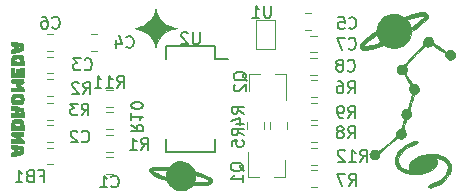
<source format=gbr>
G04 #@! TF.GenerationSoftware,KiCad,Pcbnew,(5.1.4)-1*
G04 #@! TF.CreationDate,2020-10-04T20:17:45+02:00*
G04 #@! TF.ProjectId,Long range deauther,4c6f6e67-2072-4616-9e67-652064656175,rev?*
G04 #@! TF.SameCoordinates,Original*
G04 #@! TF.FileFunction,Legend,Bot*
G04 #@! TF.FilePolarity,Positive*
%FSLAX46Y46*%
G04 Gerber Fmt 4.6, Leading zero omitted, Abs format (unit mm)*
G04 Created by KiCad (PCBNEW (5.1.4)-1) date 2020-10-04 20:17:45*
%MOMM*%
%LPD*%
G04 APERTURE LIST*
%ADD10C,0.010000*%
%ADD11C,0.120000*%
%ADD12C,0.150000*%
G04 APERTURE END LIST*
D10*
G36*
X145364983Y-90697132D02*
G01*
X145485873Y-90684504D01*
X145588125Y-90657864D01*
X145696648Y-90612737D01*
X145702363Y-90610067D01*
X145838012Y-90535267D01*
X145973767Y-90442978D01*
X146038945Y-90389811D01*
X146182625Y-90260006D01*
X146824286Y-90255631D01*
X147085706Y-90252123D01*
X147288879Y-90244408D01*
X147444162Y-90230689D01*
X147561915Y-90209167D01*
X147652496Y-90178044D01*
X147726264Y-90135521D01*
X147783447Y-90089103D01*
X147849203Y-89985575D01*
X147860676Y-89909068D01*
X147829902Y-89796759D01*
X147736745Y-89683553D01*
X147579949Y-89568664D01*
X147358263Y-89451306D01*
X147070430Y-89330692D01*
X146766468Y-89222908D01*
X146601596Y-89167385D01*
X146489323Y-89125561D01*
X146416985Y-89089835D01*
X146371923Y-89052606D01*
X146341473Y-89006271D01*
X146317268Y-88953224D01*
X146223178Y-88791692D01*
X146086049Y-88626702D01*
X145926721Y-88479941D01*
X145766032Y-88373096D01*
X145754021Y-88367058D01*
X145497348Y-88273915D01*
X145226464Y-88241757D01*
X145016761Y-88254970D01*
X144776891Y-88308573D01*
X144568059Y-88409101D01*
X144378759Y-88557066D01*
X144233126Y-88691306D01*
X143669942Y-88687071D01*
X143341475Y-88690590D01*
X143076141Y-88707496D01*
X142869482Y-88739152D01*
X142717044Y-88786924D01*
X142614369Y-88852176D01*
X142557002Y-88936273D01*
X142540406Y-89033004D01*
X142543080Y-89042830D01*
X142829472Y-89042830D01*
X142868762Y-89010159D01*
X142968842Y-88982212D01*
X143048416Y-88967156D01*
X143170216Y-88953621D01*
X143337300Y-88945046D01*
X143526468Y-88941659D01*
X143714519Y-88943688D01*
X143878252Y-88951362D01*
X143951155Y-88958269D01*
X144074741Y-88973451D01*
X144029891Y-89099011D01*
X144001288Y-89214824D01*
X143984896Y-89349837D01*
X143983534Y-89387612D01*
X143976689Y-89482681D01*
X143960969Y-89541438D01*
X143950438Y-89550652D01*
X143891470Y-89538033D01*
X143784971Y-89504098D01*
X143646441Y-89454734D01*
X143491382Y-89395826D01*
X143335291Y-89333260D01*
X143193669Y-89272921D01*
X143083568Y-89221479D01*
X142936153Y-89143261D01*
X142851695Y-89085454D01*
X142829472Y-89042830D01*
X142543080Y-89042830D01*
X142571679Y-89147909D01*
X142666228Y-89263259D01*
X142825144Y-89379744D01*
X143049521Y-89498053D01*
X143340450Y-89618876D01*
X143630639Y-89720703D01*
X144017224Y-89847842D01*
X144075495Y-89964778D01*
X146350406Y-89964778D01*
X146361694Y-89911101D01*
X146383851Y-89844723D01*
X146405840Y-89757278D01*
X146422591Y-89638437D01*
X146426756Y-89585065D01*
X146438717Y-89487100D01*
X146458922Y-89424933D01*
X146472683Y-89413364D01*
X146519769Y-89423931D01*
X146614564Y-89452179D01*
X146740052Y-89492917D01*
X146798765Y-89512830D01*
X147033137Y-89598023D01*
X147235839Y-89680972D01*
X147399236Y-89757931D01*
X147515693Y-89825149D01*
X147577573Y-89878880D01*
X147585657Y-89899119D01*
X147557154Y-89924327D01*
X147487065Y-89955942D01*
X147477987Y-89959186D01*
X147408045Y-89972573D01*
X147292367Y-89983057D01*
X147144667Y-89990571D01*
X146978662Y-89995045D01*
X146808068Y-89996412D01*
X146646602Y-89994605D01*
X146507978Y-89989554D01*
X146405914Y-89981192D01*
X146354126Y-89969452D01*
X146350406Y-89964778D01*
X144075495Y-89964778D01*
X144106027Y-90026047D01*
X144249208Y-90244735D01*
X144441940Y-90438426D01*
X144665441Y-90588691D01*
X144694670Y-90603534D01*
X144802986Y-90651985D01*
X144900439Y-90681077D01*
X145011753Y-90695535D01*
X145161647Y-90700085D01*
X145200541Y-90700224D01*
X145364983Y-90697132D01*
X145364983Y-90697132D01*
G37*
X145364983Y-90697132D02*
X145485873Y-90684504D01*
X145588125Y-90657864D01*
X145696648Y-90612737D01*
X145702363Y-90610067D01*
X145838012Y-90535267D01*
X145973767Y-90442978D01*
X146038945Y-90389811D01*
X146182625Y-90260006D01*
X146824286Y-90255631D01*
X147085706Y-90252123D01*
X147288879Y-90244408D01*
X147444162Y-90230689D01*
X147561915Y-90209167D01*
X147652496Y-90178044D01*
X147726264Y-90135521D01*
X147783447Y-90089103D01*
X147849203Y-89985575D01*
X147860676Y-89909068D01*
X147829902Y-89796759D01*
X147736745Y-89683553D01*
X147579949Y-89568664D01*
X147358263Y-89451306D01*
X147070430Y-89330692D01*
X146766468Y-89222908D01*
X146601596Y-89167385D01*
X146489323Y-89125561D01*
X146416985Y-89089835D01*
X146371923Y-89052606D01*
X146341473Y-89006271D01*
X146317268Y-88953224D01*
X146223178Y-88791692D01*
X146086049Y-88626702D01*
X145926721Y-88479941D01*
X145766032Y-88373096D01*
X145754021Y-88367058D01*
X145497348Y-88273915D01*
X145226464Y-88241757D01*
X145016761Y-88254970D01*
X144776891Y-88308573D01*
X144568059Y-88409101D01*
X144378759Y-88557066D01*
X144233126Y-88691306D01*
X143669942Y-88687071D01*
X143341475Y-88690590D01*
X143076141Y-88707496D01*
X142869482Y-88739152D01*
X142717044Y-88786924D01*
X142614369Y-88852176D01*
X142557002Y-88936273D01*
X142540406Y-89033004D01*
X142543080Y-89042830D01*
X142829472Y-89042830D01*
X142868762Y-89010159D01*
X142968842Y-88982212D01*
X143048416Y-88967156D01*
X143170216Y-88953621D01*
X143337300Y-88945046D01*
X143526468Y-88941659D01*
X143714519Y-88943688D01*
X143878252Y-88951362D01*
X143951155Y-88958269D01*
X144074741Y-88973451D01*
X144029891Y-89099011D01*
X144001288Y-89214824D01*
X143984896Y-89349837D01*
X143983534Y-89387612D01*
X143976689Y-89482681D01*
X143960969Y-89541438D01*
X143950438Y-89550652D01*
X143891470Y-89538033D01*
X143784971Y-89504098D01*
X143646441Y-89454734D01*
X143491382Y-89395826D01*
X143335291Y-89333260D01*
X143193669Y-89272921D01*
X143083568Y-89221479D01*
X142936153Y-89143261D01*
X142851695Y-89085454D01*
X142829472Y-89042830D01*
X142543080Y-89042830D01*
X142571679Y-89147909D01*
X142666228Y-89263259D01*
X142825144Y-89379744D01*
X143049521Y-89498053D01*
X143340450Y-89618876D01*
X143630639Y-89720703D01*
X144017224Y-89847842D01*
X144075495Y-89964778D01*
X146350406Y-89964778D01*
X146361694Y-89911101D01*
X146383851Y-89844723D01*
X146405840Y-89757278D01*
X146422591Y-89638437D01*
X146426756Y-89585065D01*
X146438717Y-89487100D01*
X146458922Y-89424933D01*
X146472683Y-89413364D01*
X146519769Y-89423931D01*
X146614564Y-89452179D01*
X146740052Y-89492917D01*
X146798765Y-89512830D01*
X147033137Y-89598023D01*
X147235839Y-89680972D01*
X147399236Y-89757931D01*
X147515693Y-89825149D01*
X147577573Y-89878880D01*
X147585657Y-89899119D01*
X147557154Y-89924327D01*
X147487065Y-89955942D01*
X147477987Y-89959186D01*
X147408045Y-89972573D01*
X147292367Y-89983057D01*
X147144667Y-89990571D01*
X146978662Y-89995045D01*
X146808068Y-89996412D01*
X146646602Y-89994605D01*
X146507978Y-89989554D01*
X146405914Y-89981192D01*
X146354126Y-89969452D01*
X146350406Y-89964778D01*
X144075495Y-89964778D01*
X144106027Y-90026047D01*
X144249208Y-90244735D01*
X144441940Y-90438426D01*
X144665441Y-90588691D01*
X144694670Y-90603534D01*
X144802986Y-90651985D01*
X144900439Y-90681077D01*
X145011753Y-90695535D01*
X145161647Y-90700085D01*
X145200541Y-90700224D01*
X145364983Y-90697132D01*
G36*
X131136149Y-87763629D02*
G01*
X131328350Y-87752738D01*
X131495934Y-87718272D01*
X131642433Y-87667653D01*
X131882703Y-87573835D01*
X131882703Y-87065307D01*
X131642433Y-86971489D01*
X131463855Y-86912092D01*
X131294833Y-86882748D01*
X131136149Y-86875513D01*
X130870136Y-86873355D01*
X130870136Y-87027814D01*
X130872700Y-87122721D01*
X130890082Y-87167662D01*
X130936810Y-87181321D01*
X130990271Y-87182274D01*
X131067189Y-87186430D01*
X131101372Y-87212094D01*
X131110137Y-87279058D01*
X131110381Y-87315850D01*
X131385001Y-87315850D01*
X131390631Y-87243218D01*
X131420257Y-87222183D01*
X131479393Y-87232468D01*
X131561246Y-87261305D01*
X131608109Y-87289986D01*
X131612196Y-87331256D01*
X131570535Y-87377609D01*
X131502675Y-87412948D01*
X131447089Y-87422544D01*
X131401430Y-87403604D01*
X131385414Y-87336794D01*
X131385001Y-87315850D01*
X131110381Y-87315850D01*
X131110406Y-87319571D01*
X131106769Y-87407478D01*
X131084313Y-87446544D01*
X131025720Y-87456561D01*
X130990271Y-87456868D01*
X130916455Y-87460166D01*
X130881500Y-87482513D01*
X130870877Y-87542593D01*
X130870136Y-87611328D01*
X130870136Y-87765787D01*
X131136149Y-87763629D01*
X131136149Y-87763629D01*
G37*
X131136149Y-87763629D02*
X131328350Y-87752738D01*
X131495934Y-87718272D01*
X131642433Y-87667653D01*
X131882703Y-87573835D01*
X131882703Y-87065307D01*
X131642433Y-86971489D01*
X131463855Y-86912092D01*
X131294833Y-86882748D01*
X131136149Y-86875513D01*
X130870136Y-86873355D01*
X130870136Y-87027814D01*
X130872700Y-87122721D01*
X130890082Y-87167662D01*
X130936810Y-87181321D01*
X130990271Y-87182274D01*
X131067189Y-87186430D01*
X131101372Y-87212094D01*
X131110137Y-87279058D01*
X131110381Y-87315850D01*
X131385001Y-87315850D01*
X131390631Y-87243218D01*
X131420257Y-87222183D01*
X131479393Y-87232468D01*
X131561246Y-87261305D01*
X131608109Y-87289986D01*
X131612196Y-87331256D01*
X131570535Y-87377609D01*
X131502675Y-87412948D01*
X131447089Y-87422544D01*
X131401430Y-87403604D01*
X131385414Y-87336794D01*
X131385001Y-87315850D01*
X131110381Y-87315850D01*
X131110406Y-87319571D01*
X131106769Y-87407478D01*
X131084313Y-87446544D01*
X131025720Y-87456561D01*
X130990271Y-87456868D01*
X130916455Y-87460166D01*
X130881500Y-87482513D01*
X130870877Y-87542593D01*
X130870136Y-87611328D01*
X130870136Y-87765787D01*
X131136149Y-87763629D01*
G36*
X166353244Y-90465463D02*
G01*
X166471632Y-90433481D01*
X166641224Y-90374596D01*
X166641702Y-90374422D01*
X166979186Y-90226550D01*
X167288359Y-90042416D01*
X167559776Y-89829691D01*
X167783992Y-89596047D01*
X167951562Y-89349156D01*
X167984812Y-89283474D01*
X168045555Y-89141917D01*
X168078376Y-89022622D01*
X168091012Y-88890421D01*
X168092147Y-88795517D01*
X168086119Y-88638396D01*
X168065290Y-88519489D01*
X168023328Y-88408885D01*
X168000501Y-88362770D01*
X167849801Y-88145189D01*
X167639903Y-87958384D01*
X167374373Y-87805320D01*
X167282665Y-87765726D01*
X167156533Y-87717093D01*
X167050451Y-87683682D01*
X166944771Y-87662026D01*
X166819842Y-87648655D01*
X166656015Y-87640102D01*
X166550271Y-87636450D01*
X166124106Y-87644609D01*
X165736721Y-87696373D01*
X165391873Y-87790349D01*
X165093320Y-87925144D01*
X164844821Y-88099365D01*
X164650132Y-88311618D01*
X164622959Y-88350926D01*
X164549881Y-88517398D01*
X164532222Y-88698426D01*
X164570621Y-88872361D01*
X164605538Y-88941225D01*
X164679985Y-89061683D01*
X164480196Y-89019991D01*
X164195654Y-88934342D01*
X163965679Y-88811175D01*
X163791989Y-88656307D01*
X163676301Y-88475553D01*
X163620333Y-88274727D01*
X163625802Y-88059646D01*
X163694425Y-87836124D01*
X163827918Y-87609976D01*
X164004586Y-87409355D01*
X164225088Y-87217781D01*
X164461378Y-87060620D01*
X164734012Y-86925294D01*
X164913598Y-86853091D01*
X165084344Y-86783759D01*
X165194800Y-86724762D01*
X165251464Y-86670565D01*
X165260835Y-86615628D01*
X165242266Y-86573017D01*
X165198356Y-86527194D01*
X165133920Y-86510094D01*
X165037052Y-86522254D01*
X164895842Y-86564207D01*
X164816893Y-86592134D01*
X164427307Y-86763744D01*
X164084980Y-86979113D01*
X163839576Y-87185855D01*
X163632943Y-87405178D01*
X163486532Y-87616908D01*
X163394454Y-87831935D01*
X163350818Y-88061149D01*
X163348294Y-88094142D01*
X163358462Y-88362824D01*
X163426395Y-88599638D01*
X163553344Y-88806055D01*
X163740559Y-88983544D01*
X163989292Y-89133577D01*
X164300794Y-89257623D01*
X164352010Y-89273773D01*
X164628209Y-89331507D01*
X164949209Y-89352005D01*
X165302154Y-89335293D01*
X165674189Y-89281397D01*
X165726487Y-89271004D01*
X166033532Y-89185881D01*
X166306704Y-89066006D01*
X166537291Y-88916835D01*
X166716585Y-88743823D01*
X166820234Y-88585965D01*
X166888759Y-88415248D01*
X166905741Y-88269485D01*
X166871908Y-88129123D01*
X166839684Y-88061368D01*
X166768691Y-87928911D01*
X166926808Y-87952622D01*
X167173545Y-88016522D01*
X167398999Y-88126354D01*
X167588138Y-88272855D01*
X167724502Y-88444307D01*
X167802416Y-88641205D01*
X167816719Y-88850774D01*
X167769947Y-89067329D01*
X167664638Y-89285184D01*
X167503329Y-89498652D01*
X167288556Y-89702047D01*
X167102242Y-89839059D01*
X166947850Y-89930781D01*
X166766059Y-90022517D01*
X166580420Y-90103652D01*
X166414479Y-90163575D01*
X166335458Y-90184658D01*
X166230495Y-90229919D01*
X166176680Y-90303193D01*
X166182040Y-90392124D01*
X166189866Y-90408760D01*
X166223904Y-90452225D01*
X166274516Y-90471419D01*
X166353244Y-90465463D01*
X166353244Y-90465463D01*
G37*
X166353244Y-90465463D02*
X166471632Y-90433481D01*
X166641224Y-90374596D01*
X166641702Y-90374422D01*
X166979186Y-90226550D01*
X167288359Y-90042416D01*
X167559776Y-89829691D01*
X167783992Y-89596047D01*
X167951562Y-89349156D01*
X167984812Y-89283474D01*
X168045555Y-89141917D01*
X168078376Y-89022622D01*
X168091012Y-88890421D01*
X168092147Y-88795517D01*
X168086119Y-88638396D01*
X168065290Y-88519489D01*
X168023328Y-88408885D01*
X168000501Y-88362770D01*
X167849801Y-88145189D01*
X167639903Y-87958384D01*
X167374373Y-87805320D01*
X167282665Y-87765726D01*
X167156533Y-87717093D01*
X167050451Y-87683682D01*
X166944771Y-87662026D01*
X166819842Y-87648655D01*
X166656015Y-87640102D01*
X166550271Y-87636450D01*
X166124106Y-87644609D01*
X165736721Y-87696373D01*
X165391873Y-87790349D01*
X165093320Y-87925144D01*
X164844821Y-88099365D01*
X164650132Y-88311618D01*
X164622959Y-88350926D01*
X164549881Y-88517398D01*
X164532222Y-88698426D01*
X164570621Y-88872361D01*
X164605538Y-88941225D01*
X164679985Y-89061683D01*
X164480196Y-89019991D01*
X164195654Y-88934342D01*
X163965679Y-88811175D01*
X163791989Y-88656307D01*
X163676301Y-88475553D01*
X163620333Y-88274727D01*
X163625802Y-88059646D01*
X163694425Y-87836124D01*
X163827918Y-87609976D01*
X164004586Y-87409355D01*
X164225088Y-87217781D01*
X164461378Y-87060620D01*
X164734012Y-86925294D01*
X164913598Y-86853091D01*
X165084344Y-86783759D01*
X165194800Y-86724762D01*
X165251464Y-86670565D01*
X165260835Y-86615628D01*
X165242266Y-86573017D01*
X165198356Y-86527194D01*
X165133920Y-86510094D01*
X165037052Y-86522254D01*
X164895842Y-86564207D01*
X164816893Y-86592134D01*
X164427307Y-86763744D01*
X164084980Y-86979113D01*
X163839576Y-87185855D01*
X163632943Y-87405178D01*
X163486532Y-87616908D01*
X163394454Y-87831935D01*
X163350818Y-88061149D01*
X163348294Y-88094142D01*
X163358462Y-88362824D01*
X163426395Y-88599638D01*
X163553344Y-88806055D01*
X163740559Y-88983544D01*
X163989292Y-89133577D01*
X164300794Y-89257623D01*
X164352010Y-89273773D01*
X164628209Y-89331507D01*
X164949209Y-89352005D01*
X165302154Y-89335293D01*
X165674189Y-89281397D01*
X165726487Y-89271004D01*
X166033532Y-89185881D01*
X166306704Y-89066006D01*
X166537291Y-88916835D01*
X166716585Y-88743823D01*
X166820234Y-88585965D01*
X166888759Y-88415248D01*
X166905741Y-88269485D01*
X166871908Y-88129123D01*
X166839684Y-88061368D01*
X166768691Y-87928911D01*
X166926808Y-87952622D01*
X167173545Y-88016522D01*
X167398999Y-88126354D01*
X167588138Y-88272855D01*
X167724502Y-88444307D01*
X167802416Y-88641205D01*
X167816719Y-88850774D01*
X167769947Y-89067329D01*
X167664638Y-89285184D01*
X167503329Y-89498652D01*
X167288556Y-89702047D01*
X167102242Y-89839059D01*
X166947850Y-89930781D01*
X166766059Y-90022517D01*
X166580420Y-90103652D01*
X166414479Y-90163575D01*
X166335458Y-90184658D01*
X166230495Y-90229919D01*
X166176680Y-90303193D01*
X166182040Y-90392124D01*
X166189866Y-90408760D01*
X166223904Y-90452225D01*
X166274516Y-90471419D01*
X166353244Y-90465463D01*
G36*
X131899866Y-86549935D02*
G01*
X131891405Y-86477888D01*
X131858195Y-86412913D01*
X131788493Y-86337062D01*
X131720252Y-86275341D01*
X131540639Y-86118220D01*
X131677347Y-86117694D01*
X131800769Y-86108195D01*
X131869198Y-86073698D01*
X131894801Y-86003416D01*
X131893660Y-85925942D01*
X131882703Y-85792139D01*
X131392868Y-85782611D01*
X131193835Y-85779919D01*
X131053501Y-85781367D01*
X130961999Y-85787725D01*
X130909464Y-85799762D01*
X130886029Y-85818245D01*
X130884166Y-85822249D01*
X130874141Y-85889292D01*
X130876018Y-85983228D01*
X130876298Y-85986236D01*
X130891826Y-86064803D01*
X130933109Y-86101893D01*
X131009382Y-86118220D01*
X131110961Y-86151424D01*
X131223845Y-86215227D01*
X131266054Y-86246936D01*
X131400642Y-86358490D01*
X130870136Y-86358490D01*
X130870136Y-86667409D01*
X131899866Y-86667409D01*
X131899866Y-86549935D01*
X131899866Y-86549935D01*
G37*
X131899866Y-86549935D02*
X131891405Y-86477888D01*
X131858195Y-86412913D01*
X131788493Y-86337062D01*
X131720252Y-86275341D01*
X131540639Y-86118220D01*
X131677347Y-86117694D01*
X131800769Y-86108195D01*
X131869198Y-86073698D01*
X131894801Y-86003416D01*
X131893660Y-85925942D01*
X131882703Y-85792139D01*
X131392868Y-85782611D01*
X131193835Y-85779919D01*
X131053501Y-85781367D01*
X130961999Y-85787725D01*
X130909464Y-85799762D01*
X130886029Y-85818245D01*
X130884166Y-85822249D01*
X130874141Y-85889292D01*
X130876018Y-85983228D01*
X130876298Y-85986236D01*
X130891826Y-86064803D01*
X130933109Y-86101893D01*
X131009382Y-86118220D01*
X131110961Y-86151424D01*
X131223845Y-86215227D01*
X131266054Y-86246936D01*
X131400642Y-86358490D01*
X130870136Y-86358490D01*
X130870136Y-86667409D01*
X131899866Y-86667409D01*
X131899866Y-86549935D01*
G36*
X131899866Y-85265234D02*
G01*
X131893203Y-85053976D01*
X131871435Y-84900928D01*
X131831891Y-84796783D01*
X131771898Y-84732238D01*
X131742083Y-84715653D01*
X131662015Y-84696541D01*
X131536021Y-84684540D01*
X131386469Y-84679788D01*
X131235728Y-84682426D01*
X131106164Y-84692590D01*
X131020146Y-84710421D01*
X131018258Y-84711162D01*
X130955404Y-84748958D01*
X130912496Y-84810440D01*
X130886209Y-84907112D01*
X130873215Y-85050482D01*
X130871199Y-85163830D01*
X131116352Y-85163830D01*
X131125234Y-85069395D01*
X131186817Y-85011422D01*
X131305163Y-84986839D01*
X131352072Y-84985517D01*
X131461707Y-84989707D01*
X131548050Y-85000293D01*
X131570977Y-85006351D01*
X131613328Y-85058046D01*
X131625271Y-85145152D01*
X131625271Y-85263119D01*
X131376420Y-85253034D01*
X131247271Y-85246069D01*
X131171463Y-85234715D01*
X131133693Y-85213726D01*
X131118657Y-85177850D01*
X131116352Y-85163830D01*
X130871199Y-85163830D01*
X130870136Y-85223531D01*
X130870136Y-85569030D01*
X131899866Y-85569030D01*
X131899866Y-85265234D01*
X131899866Y-85265234D01*
G37*
X131899866Y-85265234D02*
X131893203Y-85053976D01*
X131871435Y-84900928D01*
X131831891Y-84796783D01*
X131771898Y-84732238D01*
X131742083Y-84715653D01*
X131662015Y-84696541D01*
X131536021Y-84684540D01*
X131386469Y-84679788D01*
X131235728Y-84682426D01*
X131106164Y-84692590D01*
X131020146Y-84710421D01*
X131018258Y-84711162D01*
X130955404Y-84748958D01*
X130912496Y-84810440D01*
X130886209Y-84907112D01*
X130873215Y-85050482D01*
X130871199Y-85163830D01*
X131116352Y-85163830D01*
X131125234Y-85069395D01*
X131186817Y-85011422D01*
X131305163Y-84986839D01*
X131352072Y-84985517D01*
X131461707Y-84989707D01*
X131548050Y-85000293D01*
X131570977Y-85006351D01*
X131613328Y-85058046D01*
X131625271Y-85145152D01*
X131625271Y-85263119D01*
X131376420Y-85253034D01*
X131247271Y-85246069D01*
X131171463Y-85234715D01*
X131133693Y-85213726D01*
X131118657Y-85177850D01*
X131116352Y-85163830D01*
X130871199Y-85163830D01*
X130870136Y-85223531D01*
X130870136Y-85569030D01*
X131899866Y-85569030D01*
X131899866Y-85265234D01*
G36*
X131899360Y-84170314D02*
G01*
X131893921Y-84011397D01*
X131879659Y-83878710D01*
X131858821Y-83791940D01*
X131855300Y-83784166D01*
X131821538Y-83734224D01*
X131771632Y-83707704D01*
X131684799Y-83696765D01*
X131617937Y-83694627D01*
X131464443Y-83679246D01*
X131373614Y-83639941D01*
X131367788Y-83634559D01*
X131304890Y-83599129D01*
X131197606Y-83581479D01*
X131090792Y-83578220D01*
X130870136Y-83578220D01*
X130870136Y-83887139D01*
X131020923Y-83887139D01*
X131131660Y-83898091D01*
X131190483Y-83940625D01*
X131211970Y-84029253D01*
X131213234Y-84073642D01*
X131453649Y-84073642D01*
X131463542Y-84010879D01*
X131507447Y-83993569D01*
X131548041Y-83996413D01*
X131625656Y-84024854D01*
X131653401Y-84084503D01*
X131650692Y-84138909D01*
X131608821Y-84159472D01*
X131559010Y-84161733D01*
X131484445Y-84153111D01*
X131456624Y-84115567D01*
X131453649Y-84073642D01*
X131213234Y-84073642D01*
X131213379Y-84078730D01*
X131207404Y-84128036D01*
X131177811Y-84152636D01*
X131107101Y-84160993D01*
X131041757Y-84161733D01*
X130870136Y-84161733D01*
X130870136Y-84470652D01*
X131899866Y-84470652D01*
X131899360Y-84170314D01*
X131899360Y-84170314D01*
G37*
X131899360Y-84170314D02*
X131893921Y-84011397D01*
X131879659Y-83878710D01*
X131858821Y-83791940D01*
X131855300Y-83784166D01*
X131821538Y-83734224D01*
X131771632Y-83707704D01*
X131684799Y-83696765D01*
X131617937Y-83694627D01*
X131464443Y-83679246D01*
X131373614Y-83639941D01*
X131367788Y-83634559D01*
X131304890Y-83599129D01*
X131197606Y-83581479D01*
X131090792Y-83578220D01*
X130870136Y-83578220D01*
X130870136Y-83887139D01*
X131020923Y-83887139D01*
X131131660Y-83898091D01*
X131190483Y-83940625D01*
X131211970Y-84029253D01*
X131213234Y-84073642D01*
X131453649Y-84073642D01*
X131463542Y-84010879D01*
X131507447Y-83993569D01*
X131548041Y-83996413D01*
X131625656Y-84024854D01*
X131653401Y-84084503D01*
X131650692Y-84138909D01*
X131608821Y-84159472D01*
X131559010Y-84161733D01*
X131484445Y-84153111D01*
X131456624Y-84115567D01*
X131453649Y-84073642D01*
X131213234Y-84073642D01*
X131213379Y-84078730D01*
X131207404Y-84128036D01*
X131177811Y-84152636D01*
X131107101Y-84160993D01*
X131041757Y-84161733D01*
X130870136Y-84161733D01*
X130870136Y-84470652D01*
X131899866Y-84470652D01*
X131899360Y-84170314D01*
G36*
X131554148Y-83405219D02*
G01*
X131663156Y-83401210D01*
X131732709Y-83390498D01*
X131777403Y-83370105D01*
X131811833Y-83337050D01*
X131828726Y-83316158D01*
X131869705Y-83247509D01*
X131891762Y-83159383D01*
X131899585Y-83030184D01*
X131899866Y-82988373D01*
X131884474Y-82782655D01*
X131838426Y-82637427D01*
X131761912Y-82553170D01*
X131721037Y-82536159D01*
X131651501Y-82526482D01*
X131534675Y-82519028D01*
X131391912Y-82515006D01*
X131340535Y-82514634D01*
X131191255Y-82516255D01*
X131093225Y-82524074D01*
X131029093Y-82541681D01*
X130981510Y-82572668D01*
X130959247Y-82593556D01*
X130898812Y-82692425D01*
X130862998Y-82829830D01*
X130851624Y-82985382D01*
X130852970Y-83001398D01*
X131116352Y-83001398D01*
X131121780Y-82912349D01*
X131173260Y-82856257D01*
X131278030Y-82828370D01*
X131387996Y-82823084D01*
X131507446Y-82827310D01*
X131577404Y-82843621D01*
X131616706Y-82877465D01*
X131625271Y-82891733D01*
X131643221Y-82978702D01*
X131624456Y-83030553D01*
X131595982Y-83068211D01*
X131550031Y-83087938D01*
X131468820Y-83093732D01*
X131357235Y-83090620D01*
X131234064Y-83083125D01*
X131163586Y-83070323D01*
X131129850Y-83046305D01*
X131116905Y-83005164D01*
X131116352Y-83001398D01*
X130852970Y-83001398D01*
X130864511Y-83138691D01*
X130901481Y-83269368D01*
X130962353Y-83357022D01*
X130965987Y-83359884D01*
X131037121Y-83384460D01*
X131174049Y-83399611D01*
X131377860Y-83405453D01*
X131391091Y-83405506D01*
X131554148Y-83405219D01*
X131554148Y-83405219D01*
G37*
X131554148Y-83405219D02*
X131663156Y-83401210D01*
X131732709Y-83390498D01*
X131777403Y-83370105D01*
X131811833Y-83337050D01*
X131828726Y-83316158D01*
X131869705Y-83247509D01*
X131891762Y-83159383D01*
X131899585Y-83030184D01*
X131899866Y-82988373D01*
X131884474Y-82782655D01*
X131838426Y-82637427D01*
X131761912Y-82553170D01*
X131721037Y-82536159D01*
X131651501Y-82526482D01*
X131534675Y-82519028D01*
X131391912Y-82515006D01*
X131340535Y-82514634D01*
X131191255Y-82516255D01*
X131093225Y-82524074D01*
X131029093Y-82541681D01*
X130981510Y-82572668D01*
X130959247Y-82593556D01*
X130898812Y-82692425D01*
X130862998Y-82829830D01*
X130851624Y-82985382D01*
X130852970Y-83001398D01*
X131116352Y-83001398D01*
X131121780Y-82912349D01*
X131173260Y-82856257D01*
X131278030Y-82828370D01*
X131387996Y-82823084D01*
X131507446Y-82827310D01*
X131577404Y-82843621D01*
X131616706Y-82877465D01*
X131625271Y-82891733D01*
X131643221Y-82978702D01*
X131624456Y-83030553D01*
X131595982Y-83068211D01*
X131550031Y-83087938D01*
X131468820Y-83093732D01*
X131357235Y-83090620D01*
X131234064Y-83083125D01*
X131163586Y-83070323D01*
X131129850Y-83046305D01*
X131116905Y-83005164D01*
X131116352Y-83001398D01*
X130852970Y-83001398D01*
X130864511Y-83138691D01*
X130901481Y-83269368D01*
X130962353Y-83357022D01*
X130965987Y-83359884D01*
X131037121Y-83384460D01*
X131174049Y-83399611D01*
X131377860Y-83405453D01*
X131391091Y-83405506D01*
X131554148Y-83405219D01*
G36*
X131899866Y-82157022D02*
G01*
X131895415Y-82065287D01*
X131871747Y-82006623D01*
X131813387Y-81956815D01*
X131745406Y-81915305D01*
X131658238Y-81859648D01*
X131602229Y-81815103D01*
X131590947Y-81798748D01*
X131619134Y-81770183D01*
X131691187Y-81725752D01*
X131747268Y-81696763D01*
X131839208Y-81649183D01*
X131884144Y-81607274D01*
X131896878Y-81546831D01*
X131893146Y-81458234D01*
X131882703Y-81295652D01*
X131392868Y-81286124D01*
X131193835Y-81283432D01*
X131053501Y-81284881D01*
X130961999Y-81291239D01*
X130909464Y-81303275D01*
X130886029Y-81321759D01*
X130884166Y-81325762D01*
X130874141Y-81392806D01*
X130876018Y-81486742D01*
X130876298Y-81489749D01*
X130887298Y-81604571D01*
X131138799Y-81614709D01*
X131390299Y-81624848D01*
X131301839Y-81694430D01*
X131229863Y-81769496D01*
X131223539Y-81837753D01*
X131282967Y-81911023D01*
X131303819Y-81928161D01*
X131394259Y-81999301D01*
X130870136Y-81999301D01*
X130870136Y-82308220D01*
X131899866Y-82308220D01*
X131899866Y-82157022D01*
X131899866Y-82157022D01*
G37*
X131899866Y-82157022D02*
X131895415Y-82065287D01*
X131871747Y-82006623D01*
X131813387Y-81956815D01*
X131745406Y-81915305D01*
X131658238Y-81859648D01*
X131602229Y-81815103D01*
X131590947Y-81798748D01*
X131619134Y-81770183D01*
X131691187Y-81725752D01*
X131747268Y-81696763D01*
X131839208Y-81649183D01*
X131884144Y-81607274D01*
X131896878Y-81546831D01*
X131893146Y-81458234D01*
X131882703Y-81295652D01*
X131392868Y-81286124D01*
X131193835Y-81283432D01*
X131053501Y-81284881D01*
X130961999Y-81291239D01*
X130909464Y-81303275D01*
X130886029Y-81321759D01*
X130884166Y-81325762D01*
X130874141Y-81392806D01*
X130876018Y-81486742D01*
X130876298Y-81489749D01*
X130887298Y-81604571D01*
X131138799Y-81614709D01*
X131390299Y-81624848D01*
X131301839Y-81694430D01*
X131229863Y-81769496D01*
X131223539Y-81837753D01*
X131282967Y-81911023D01*
X131303819Y-81928161D01*
X131394259Y-81999301D01*
X130870136Y-81999301D01*
X130870136Y-82308220D01*
X131899866Y-82308220D01*
X131899866Y-82157022D01*
G36*
X131899866Y-80317409D02*
G01*
X131625271Y-80317409D01*
X131625271Y-80540517D01*
X131621575Y-80666865D01*
X131608704Y-80736909D01*
X131583981Y-80762687D01*
X131575665Y-80763625D01*
X131540659Y-80737413D01*
X131520353Y-80653859D01*
X131515598Y-80600584D01*
X131506817Y-80502357D01*
X131487404Y-80454529D01*
X131442830Y-80438961D01*
X131385001Y-80437544D01*
X131312752Y-80440820D01*
X131276057Y-80462663D01*
X131260657Y-80521092D01*
X131254316Y-80602722D01*
X131243251Y-80703617D01*
X131222762Y-80750261D01*
X131186465Y-80756986D01*
X131185668Y-80756837D01*
X131151623Y-80735425D01*
X131130977Y-80677728D01*
X131119395Y-80569455D01*
X131117349Y-80531591D01*
X131107130Y-80317409D01*
X130870136Y-80317409D01*
X130870136Y-81072544D01*
X131899866Y-81072544D01*
X131899866Y-80317409D01*
X131899866Y-80317409D01*
G37*
X131899866Y-80317409D02*
X131625271Y-80317409D01*
X131625271Y-80540517D01*
X131621575Y-80666865D01*
X131608704Y-80736909D01*
X131583981Y-80762687D01*
X131575665Y-80763625D01*
X131540659Y-80737413D01*
X131520353Y-80653859D01*
X131515598Y-80600584D01*
X131506817Y-80502357D01*
X131487404Y-80454529D01*
X131442830Y-80438961D01*
X131385001Y-80437544D01*
X131312752Y-80440820D01*
X131276057Y-80462663D01*
X131260657Y-80521092D01*
X131254316Y-80602722D01*
X131243251Y-80703617D01*
X131222762Y-80750261D01*
X131186465Y-80756986D01*
X131185668Y-80756837D01*
X131151623Y-80735425D01*
X131130977Y-80677728D01*
X131119395Y-80569455D01*
X131117349Y-80531591D01*
X131107130Y-80317409D01*
X130870136Y-80317409D01*
X130870136Y-81072544D01*
X131899866Y-81072544D01*
X131899866Y-80317409D01*
G36*
X131899866Y-79807666D02*
G01*
X131893203Y-79596409D01*
X131871435Y-79443360D01*
X131831891Y-79339216D01*
X131771898Y-79274671D01*
X131742083Y-79258086D01*
X131662015Y-79238974D01*
X131536021Y-79226972D01*
X131386469Y-79222221D01*
X131235728Y-79224858D01*
X131106164Y-79235023D01*
X131020146Y-79252854D01*
X131018258Y-79253594D01*
X130955404Y-79291391D01*
X130912496Y-79352872D01*
X130886209Y-79449544D01*
X130873215Y-79592915D01*
X130871199Y-79706263D01*
X131116352Y-79706263D01*
X131125234Y-79611827D01*
X131186817Y-79553854D01*
X131305163Y-79529272D01*
X131352072Y-79527949D01*
X131461707Y-79532139D01*
X131548050Y-79542726D01*
X131570977Y-79548784D01*
X131613328Y-79600479D01*
X131625271Y-79687585D01*
X131625271Y-79805551D01*
X131376420Y-79795467D01*
X131247271Y-79788501D01*
X131171463Y-79777148D01*
X131133693Y-79756158D01*
X131118657Y-79720283D01*
X131116352Y-79706263D01*
X130871199Y-79706263D01*
X130870136Y-79765963D01*
X130870136Y-80111463D01*
X131899866Y-80111463D01*
X131899866Y-79807666D01*
X131899866Y-79807666D01*
G37*
X131899866Y-79807666D02*
X131893203Y-79596409D01*
X131871435Y-79443360D01*
X131831891Y-79339216D01*
X131771898Y-79274671D01*
X131742083Y-79258086D01*
X131662015Y-79238974D01*
X131536021Y-79226972D01*
X131386469Y-79222221D01*
X131235728Y-79224858D01*
X131106164Y-79235023D01*
X131020146Y-79252854D01*
X131018258Y-79253594D01*
X130955404Y-79291391D01*
X130912496Y-79352872D01*
X130886209Y-79449544D01*
X130873215Y-79592915D01*
X130871199Y-79706263D01*
X131116352Y-79706263D01*
X131125234Y-79611827D01*
X131186817Y-79553854D01*
X131305163Y-79529272D01*
X131352072Y-79527949D01*
X131461707Y-79532139D01*
X131548050Y-79542726D01*
X131570977Y-79548784D01*
X131613328Y-79600479D01*
X131625271Y-79687585D01*
X131625271Y-79805551D01*
X131376420Y-79795467D01*
X131247271Y-79788501D01*
X131171463Y-79777148D01*
X131133693Y-79756158D01*
X131118657Y-79720283D01*
X131116352Y-79706263D01*
X130871199Y-79706263D01*
X130870136Y-79765963D01*
X130870136Y-80111463D01*
X131899866Y-80111463D01*
X131899866Y-79807666D01*
G36*
X131118987Y-79045625D02*
G01*
X131319299Y-79031560D01*
X131511771Y-78987318D01*
X131625271Y-78948679D01*
X131882703Y-78853516D01*
X131882703Y-78345579D01*
X131642433Y-78251637D01*
X131467463Y-78193005D01*
X131303458Y-78163839D01*
X131136149Y-78156336D01*
X130870136Y-78154976D01*
X130870136Y-78309436D01*
X130872700Y-78404342D01*
X130890082Y-78449284D01*
X130936810Y-78462943D01*
X130990271Y-78463895D01*
X131067189Y-78468052D01*
X131101372Y-78493716D01*
X131110137Y-78560679D01*
X131110406Y-78601193D01*
X131385001Y-78601193D01*
X131390202Y-78526694D01*
X131417972Y-78503867D01*
X131479393Y-78514090D01*
X131560481Y-78542066D01*
X131606393Y-78569297D01*
X131618466Y-78614455D01*
X131568075Y-78657429D01*
X131479393Y-78688296D01*
X131414607Y-78698212D01*
X131389230Y-78671995D01*
X131385001Y-78601193D01*
X131110406Y-78601193D01*
X131106769Y-78689099D01*
X131084313Y-78728165D01*
X131025720Y-78738183D01*
X130990271Y-78738490D01*
X130916455Y-78741787D01*
X130881500Y-78764134D01*
X130870877Y-78824214D01*
X130870136Y-78892949D01*
X130870136Y-79047409D01*
X131118987Y-79045625D01*
X131118987Y-79045625D01*
G37*
X131118987Y-79045625D02*
X131319299Y-79031560D01*
X131511771Y-78987318D01*
X131625271Y-78948679D01*
X131882703Y-78853516D01*
X131882703Y-78345579D01*
X131642433Y-78251637D01*
X131467463Y-78193005D01*
X131303458Y-78163839D01*
X131136149Y-78156336D01*
X130870136Y-78154976D01*
X130870136Y-78309436D01*
X130872700Y-78404342D01*
X130890082Y-78449284D01*
X130936810Y-78462943D01*
X130990271Y-78463895D01*
X131067189Y-78468052D01*
X131101372Y-78493716D01*
X131110137Y-78560679D01*
X131110406Y-78601193D01*
X131385001Y-78601193D01*
X131390202Y-78526694D01*
X131417972Y-78503867D01*
X131479393Y-78514090D01*
X131560481Y-78542066D01*
X131606393Y-78569297D01*
X131618466Y-78614455D01*
X131568075Y-78657429D01*
X131479393Y-78688296D01*
X131414607Y-78698212D01*
X131389230Y-78671995D01*
X131385001Y-78601193D01*
X131110406Y-78601193D01*
X131106769Y-78689099D01*
X131084313Y-78728165D01*
X131025720Y-78738183D01*
X130990271Y-78738490D01*
X130916455Y-78741787D01*
X130881500Y-78764134D01*
X130870877Y-78824214D01*
X130870136Y-78892949D01*
X130870136Y-79047409D01*
X131118987Y-79045625D01*
G36*
X161779254Y-88046979D02*
G01*
X161804226Y-88035250D01*
X161936137Y-87933877D01*
X162014366Y-87791198D01*
X162036622Y-87636013D01*
X162043471Y-87551847D01*
X162073840Y-87490292D01*
X162142459Y-87427688D01*
X162186613Y-87395115D01*
X162260593Y-87339525D01*
X162368838Y-87254182D01*
X162514715Y-87136341D01*
X162701591Y-86983254D01*
X162932829Y-86792174D01*
X163211797Y-86560354D01*
X163323784Y-86467042D01*
X163441087Y-86370267D01*
X163520504Y-86311322D01*
X163576901Y-86284103D01*
X163625142Y-86282505D01*
X163680094Y-86300427D01*
X163704729Y-86310627D01*
X163865782Y-86345415D01*
X164016017Y-86313094D01*
X164149945Y-86214996D01*
X164164489Y-86199061D01*
X164228288Y-86114982D01*
X164266818Y-86042383D01*
X164271503Y-86022633D01*
X164264547Y-85873497D01*
X164229165Y-85736762D01*
X164172424Y-85631601D01*
X164108147Y-85579487D01*
X164082827Y-85562048D01*
X164071396Y-85527734D01*
X164075406Y-85467007D01*
X164096413Y-85370325D01*
X164135970Y-85228150D01*
X164195632Y-85030942D01*
X164199644Y-85017931D01*
X164247240Y-84866919D01*
X164283013Y-84768989D01*
X164314742Y-84711429D01*
X164350202Y-84681529D01*
X164397168Y-84666579D01*
X164416987Y-84662672D01*
X164554767Y-84604832D01*
X164658295Y-84498415D01*
X164719040Y-84358490D01*
X164728470Y-84200129D01*
X164715883Y-84134700D01*
X164681357Y-84038201D01*
X164641453Y-83968775D01*
X164631862Y-83958902D01*
X164610239Y-83928453D01*
X164607626Y-83877739D01*
X164625528Y-83791458D01*
X164660127Y-83671728D01*
X164698132Y-83537450D01*
X164744319Y-83360057D01*
X164792599Y-83163583D01*
X164833114Y-82988939D01*
X164930596Y-82554117D01*
X165041186Y-82533370D01*
X165182842Y-82473669D01*
X165296941Y-82360045D01*
X165367448Y-82214221D01*
X165381445Y-82060785D01*
X165336534Y-81920001D01*
X165242448Y-81803583D01*
X165108921Y-81723244D01*
X164945686Y-81690698D01*
X164932254Y-81690510D01*
X164790182Y-81690382D01*
X164589010Y-81364296D01*
X164465762Y-81164427D01*
X164374444Y-81014621D01*
X164311198Y-80906360D01*
X164272164Y-80831126D01*
X164253485Y-80780400D01*
X164251301Y-80745665D01*
X164261753Y-80718403D01*
X164280983Y-80690095D01*
X164282569Y-80687839D01*
X164328299Y-80568226D01*
X164329588Y-80416601D01*
X164299304Y-80290026D01*
X164281254Y-80199910D01*
X164290723Y-80134208D01*
X164326434Y-80088115D01*
X164403044Y-79999954D01*
X164513763Y-79877034D01*
X164651801Y-79726668D01*
X164810369Y-79556166D01*
X164982675Y-79372839D01*
X165161931Y-79183998D01*
X165341346Y-78996955D01*
X165474011Y-78860112D01*
X165621389Y-78709549D01*
X165729448Y-78602162D01*
X165806509Y-78531698D01*
X165860891Y-78491904D01*
X165900913Y-78476525D01*
X165934894Y-78479309D01*
X165964895Y-78491125D01*
X166105879Y-78528360D01*
X166253606Y-78524509D01*
X166379534Y-78481339D01*
X166405178Y-78463895D01*
X166476624Y-78415960D01*
X166528300Y-78395266D01*
X166529208Y-78395247D01*
X166568971Y-78413357D01*
X166655209Y-78463410D01*
X166777462Y-78538993D01*
X166925273Y-78633690D01*
X167030275Y-78702570D01*
X167190986Y-78808621D01*
X167334350Y-78902622D01*
X167449373Y-78977411D01*
X167525062Y-79025827D01*
X167547470Y-79039490D01*
X167585995Y-79094763D01*
X167610424Y-79199532D01*
X167613220Y-79226954D01*
X167654230Y-79407545D01*
X167742863Y-79541261D01*
X167860509Y-79618443D01*
X167976019Y-79657018D01*
X168071554Y-79657502D01*
X168181808Y-79618836D01*
X168205285Y-79607926D01*
X168340265Y-79511363D01*
X168421992Y-79383727D01*
X168449403Y-79238539D01*
X168421436Y-79089321D01*
X168337030Y-78949595D01*
X168262544Y-78878818D01*
X168137831Y-78820077D01*
X167991215Y-78807819D01*
X167851305Y-78842032D01*
X167789698Y-78878969D01*
X167698381Y-78950799D01*
X167150248Y-78595793D01*
X166957420Y-78469966D01*
X166815335Y-78374271D01*
X166716463Y-78302553D01*
X166653273Y-78248656D01*
X166618236Y-78206424D01*
X166603820Y-78169701D01*
X166601936Y-78147560D01*
X166572423Y-77987631D01*
X166493193Y-77854449D01*
X166377232Y-77757340D01*
X166237527Y-77705633D01*
X166087064Y-77708654D01*
X166020415Y-77729885D01*
X165922685Y-77784031D01*
X165844610Y-77848424D01*
X165842442Y-77850877D01*
X165781984Y-77959210D01*
X165751161Y-78092525D01*
X165758045Y-78214372D01*
X165760276Y-78221937D01*
X165760930Y-78254750D01*
X165741325Y-78300705D01*
X165696214Y-78366463D01*
X165620351Y-78458690D01*
X165508489Y-78584046D01*
X165355379Y-78749196D01*
X165291657Y-78817016D01*
X165052849Y-79070737D01*
X164855174Y-79281145D01*
X164692551Y-79454762D01*
X164558901Y-79598108D01*
X164448143Y-79717706D01*
X164354196Y-79820078D01*
X164270980Y-79911745D01*
X164269863Y-79912983D01*
X164187444Y-80000892D01*
X164128196Y-80047238D01*
X164070440Y-80062429D01*
X163992497Y-80056876D01*
X163975074Y-80054535D01*
X163851647Y-80050409D01*
X163749001Y-80083837D01*
X163709717Y-80106293D01*
X163594653Y-80209984D01*
X163529953Y-80337481D01*
X163511502Y-80475992D01*
X163535184Y-80612724D01*
X163596884Y-80734888D01*
X163692488Y-80829690D01*
X163817881Y-80884338D01*
X163960990Y-80887389D01*
X164093975Y-80866124D01*
X164258069Y-81126880D01*
X164353328Y-81277844D01*
X164454611Y-81437708D01*
X164542239Y-81575424D01*
X164553660Y-81593300D01*
X164621105Y-81701753D01*
X164654830Y-81769613D01*
X164659372Y-81813289D01*
X164639266Y-81849190D01*
X164627981Y-81862144D01*
X164566188Y-81977337D01*
X164550759Y-82118247D01*
X164578500Y-82263081D01*
X164646221Y-82390051D01*
X164714995Y-82456136D01*
X164738580Y-82474518D01*
X164753798Y-82497533D01*
X164759478Y-82534518D01*
X164754450Y-82594810D01*
X164737543Y-82687747D01*
X164707587Y-82822663D01*
X164663411Y-83008896D01*
X164626522Y-83161869D01*
X164467934Y-83818490D01*
X164366716Y-83818490D01*
X164204742Y-83845894D01*
X164067454Y-83920003D01*
X163963812Y-84028661D01*
X163902775Y-84159715D01*
X163893300Y-84301010D01*
X163928654Y-84412841D01*
X163979469Y-84490895D01*
X164048733Y-84575381D01*
X164050600Y-84577394D01*
X164134028Y-84666973D01*
X164015721Y-85074700D01*
X163965266Y-85245441D01*
X163927244Y-85361402D01*
X163895886Y-85433994D01*
X163865425Y-85474629D01*
X163830090Y-85494719D01*
X163799383Y-85502665D01*
X163633943Y-85566102D01*
X163518953Y-85674322D01*
X163458702Y-85821390D01*
X163454551Y-85979803D01*
X163473796Y-86142295D01*
X163059016Y-86482082D01*
X162895061Y-86616473D01*
X162730383Y-86751597D01*
X162581168Y-86874162D01*
X162463608Y-86970876D01*
X162434821Y-86994603D01*
X162311688Y-87095115D01*
X162188059Y-87194324D01*
X162090176Y-87271177D01*
X162088109Y-87272766D01*
X161950812Y-87378195D01*
X161847839Y-87314739D01*
X161693667Y-87255746D01*
X161537404Y-87257519D01*
X161394028Y-87314330D01*
X161278515Y-87420454D01*
X161209030Y-87559018D01*
X161187963Y-87658336D01*
X161199869Y-87741418D01*
X161234153Y-87820287D01*
X161338069Y-87968355D01*
X161469040Y-88057560D01*
X161618842Y-88084801D01*
X161779254Y-88046979D01*
X161779254Y-88046979D01*
G37*
X161779254Y-88046979D02*
X161804226Y-88035250D01*
X161936137Y-87933877D01*
X162014366Y-87791198D01*
X162036622Y-87636013D01*
X162043471Y-87551847D01*
X162073840Y-87490292D01*
X162142459Y-87427688D01*
X162186613Y-87395115D01*
X162260593Y-87339525D01*
X162368838Y-87254182D01*
X162514715Y-87136341D01*
X162701591Y-86983254D01*
X162932829Y-86792174D01*
X163211797Y-86560354D01*
X163323784Y-86467042D01*
X163441087Y-86370267D01*
X163520504Y-86311322D01*
X163576901Y-86284103D01*
X163625142Y-86282505D01*
X163680094Y-86300427D01*
X163704729Y-86310627D01*
X163865782Y-86345415D01*
X164016017Y-86313094D01*
X164149945Y-86214996D01*
X164164489Y-86199061D01*
X164228288Y-86114982D01*
X164266818Y-86042383D01*
X164271503Y-86022633D01*
X164264547Y-85873497D01*
X164229165Y-85736762D01*
X164172424Y-85631601D01*
X164108147Y-85579487D01*
X164082827Y-85562048D01*
X164071396Y-85527734D01*
X164075406Y-85467007D01*
X164096413Y-85370325D01*
X164135970Y-85228150D01*
X164195632Y-85030942D01*
X164199644Y-85017931D01*
X164247240Y-84866919D01*
X164283013Y-84768989D01*
X164314742Y-84711429D01*
X164350202Y-84681529D01*
X164397168Y-84666579D01*
X164416987Y-84662672D01*
X164554767Y-84604832D01*
X164658295Y-84498415D01*
X164719040Y-84358490D01*
X164728470Y-84200129D01*
X164715883Y-84134700D01*
X164681357Y-84038201D01*
X164641453Y-83968775D01*
X164631862Y-83958902D01*
X164610239Y-83928453D01*
X164607626Y-83877739D01*
X164625528Y-83791458D01*
X164660127Y-83671728D01*
X164698132Y-83537450D01*
X164744319Y-83360057D01*
X164792599Y-83163583D01*
X164833114Y-82988939D01*
X164930596Y-82554117D01*
X165041186Y-82533370D01*
X165182842Y-82473669D01*
X165296941Y-82360045D01*
X165367448Y-82214221D01*
X165381445Y-82060785D01*
X165336534Y-81920001D01*
X165242448Y-81803583D01*
X165108921Y-81723244D01*
X164945686Y-81690698D01*
X164932254Y-81690510D01*
X164790182Y-81690382D01*
X164589010Y-81364296D01*
X164465762Y-81164427D01*
X164374444Y-81014621D01*
X164311198Y-80906360D01*
X164272164Y-80831126D01*
X164253485Y-80780400D01*
X164251301Y-80745665D01*
X164261753Y-80718403D01*
X164280983Y-80690095D01*
X164282569Y-80687839D01*
X164328299Y-80568226D01*
X164329588Y-80416601D01*
X164299304Y-80290026D01*
X164281254Y-80199910D01*
X164290723Y-80134208D01*
X164326434Y-80088115D01*
X164403044Y-79999954D01*
X164513763Y-79877034D01*
X164651801Y-79726668D01*
X164810369Y-79556166D01*
X164982675Y-79372839D01*
X165161931Y-79183998D01*
X165341346Y-78996955D01*
X165474011Y-78860112D01*
X165621389Y-78709549D01*
X165729448Y-78602162D01*
X165806509Y-78531698D01*
X165860891Y-78491904D01*
X165900913Y-78476525D01*
X165934894Y-78479309D01*
X165964895Y-78491125D01*
X166105879Y-78528360D01*
X166253606Y-78524509D01*
X166379534Y-78481339D01*
X166405178Y-78463895D01*
X166476624Y-78415960D01*
X166528300Y-78395266D01*
X166529208Y-78395247D01*
X166568971Y-78413357D01*
X166655209Y-78463410D01*
X166777462Y-78538993D01*
X166925273Y-78633690D01*
X167030275Y-78702570D01*
X167190986Y-78808621D01*
X167334350Y-78902622D01*
X167449373Y-78977411D01*
X167525062Y-79025827D01*
X167547470Y-79039490D01*
X167585995Y-79094763D01*
X167610424Y-79199532D01*
X167613220Y-79226954D01*
X167654230Y-79407545D01*
X167742863Y-79541261D01*
X167860509Y-79618443D01*
X167976019Y-79657018D01*
X168071554Y-79657502D01*
X168181808Y-79618836D01*
X168205285Y-79607926D01*
X168340265Y-79511363D01*
X168421992Y-79383727D01*
X168449403Y-79238539D01*
X168421436Y-79089321D01*
X168337030Y-78949595D01*
X168262544Y-78878818D01*
X168137831Y-78820077D01*
X167991215Y-78807819D01*
X167851305Y-78842032D01*
X167789698Y-78878969D01*
X167698381Y-78950799D01*
X167150248Y-78595793D01*
X166957420Y-78469966D01*
X166815335Y-78374271D01*
X166716463Y-78302553D01*
X166653273Y-78248656D01*
X166618236Y-78206424D01*
X166603820Y-78169701D01*
X166601936Y-78147560D01*
X166572423Y-77987631D01*
X166493193Y-77854449D01*
X166377232Y-77757340D01*
X166237527Y-77705633D01*
X166087064Y-77708654D01*
X166020415Y-77729885D01*
X165922685Y-77784031D01*
X165844610Y-77848424D01*
X165842442Y-77850877D01*
X165781984Y-77959210D01*
X165751161Y-78092525D01*
X165758045Y-78214372D01*
X165760276Y-78221937D01*
X165760930Y-78254750D01*
X165741325Y-78300705D01*
X165696214Y-78366463D01*
X165620351Y-78458690D01*
X165508489Y-78584046D01*
X165355379Y-78749196D01*
X165291657Y-78817016D01*
X165052849Y-79070737D01*
X164855174Y-79281145D01*
X164692551Y-79454762D01*
X164558901Y-79598108D01*
X164448143Y-79717706D01*
X164354196Y-79820078D01*
X164270980Y-79911745D01*
X164269863Y-79912983D01*
X164187444Y-80000892D01*
X164128196Y-80047238D01*
X164070440Y-80062429D01*
X163992497Y-80056876D01*
X163975074Y-80054535D01*
X163851647Y-80050409D01*
X163749001Y-80083837D01*
X163709717Y-80106293D01*
X163594653Y-80209984D01*
X163529953Y-80337481D01*
X163511502Y-80475992D01*
X163535184Y-80612724D01*
X163596884Y-80734888D01*
X163692488Y-80829690D01*
X163817881Y-80884338D01*
X163960990Y-80887389D01*
X164093975Y-80866124D01*
X164258069Y-81126880D01*
X164353328Y-81277844D01*
X164454611Y-81437708D01*
X164542239Y-81575424D01*
X164553660Y-81593300D01*
X164621105Y-81701753D01*
X164654830Y-81769613D01*
X164659372Y-81813289D01*
X164639266Y-81849190D01*
X164627981Y-81862144D01*
X164566188Y-81977337D01*
X164550759Y-82118247D01*
X164578500Y-82263081D01*
X164646221Y-82390051D01*
X164714995Y-82456136D01*
X164738580Y-82474518D01*
X164753798Y-82497533D01*
X164759478Y-82534518D01*
X164754450Y-82594810D01*
X164737543Y-82687747D01*
X164707587Y-82822663D01*
X164663411Y-83008896D01*
X164626522Y-83161869D01*
X164467934Y-83818490D01*
X164366716Y-83818490D01*
X164204742Y-83845894D01*
X164067454Y-83920003D01*
X163963812Y-84028661D01*
X163902775Y-84159715D01*
X163893300Y-84301010D01*
X163928654Y-84412841D01*
X163979469Y-84490895D01*
X164048733Y-84575381D01*
X164050600Y-84577394D01*
X164134028Y-84666973D01*
X164015721Y-85074700D01*
X163965266Y-85245441D01*
X163927244Y-85361402D01*
X163895886Y-85433994D01*
X163865425Y-85474629D01*
X163830090Y-85494719D01*
X163799383Y-85502665D01*
X163633943Y-85566102D01*
X163518953Y-85674322D01*
X163458702Y-85821390D01*
X163454551Y-85979803D01*
X163473796Y-86142295D01*
X163059016Y-86482082D01*
X162895061Y-86616473D01*
X162730383Y-86751597D01*
X162581168Y-86874162D01*
X162463608Y-86970876D01*
X162434821Y-86994603D01*
X162311688Y-87095115D01*
X162188059Y-87194324D01*
X162090176Y-87271177D01*
X162088109Y-87272766D01*
X161950812Y-87378195D01*
X161847839Y-87314739D01*
X161693667Y-87255746D01*
X161537404Y-87257519D01*
X161394028Y-87314330D01*
X161278515Y-87420454D01*
X161209030Y-87559018D01*
X161187963Y-87658336D01*
X161199869Y-87741418D01*
X161234153Y-87820287D01*
X161338069Y-87968355D01*
X161469040Y-88057560D01*
X161618842Y-88084801D01*
X161779254Y-88046979D01*
G36*
X160961071Y-78794363D02*
G01*
X161168601Y-78760716D01*
X161407178Y-78709133D01*
X161660447Y-78643362D01*
X161912051Y-78567155D01*
X162050011Y-78519924D01*
X162389481Y-78397988D01*
X162533451Y-78482360D01*
X162803921Y-78602387D01*
X163094715Y-78662531D01*
X163393073Y-78663058D01*
X163686235Y-78604236D01*
X163961440Y-78486332D01*
X164020308Y-78451231D01*
X164264233Y-78258215D01*
X164456489Y-78020478D01*
X164595793Y-77739922D01*
X164667252Y-77490755D01*
X164692793Y-77371687D01*
X164713050Y-77283585D01*
X164724065Y-77243554D01*
X164724586Y-77242788D01*
X165086777Y-77003228D01*
X165399369Y-76778667D01*
X165659987Y-76571220D01*
X165866252Y-76383004D01*
X166015789Y-76216133D01*
X166106221Y-76072724D01*
X166132808Y-75989261D01*
X166126737Y-75847934D01*
X166063130Y-75738200D01*
X165946524Y-75662339D01*
X165781457Y-75622627D01*
X165572468Y-75621345D01*
X165434730Y-75638800D01*
X165318734Y-75663107D01*
X165156613Y-75703255D01*
X164967537Y-75753873D01*
X164770672Y-75809594D01*
X164585185Y-75865048D01*
X164430243Y-75914867D01*
X164359603Y-75939938D01*
X164125421Y-76028155D01*
X163876628Y-75905194D01*
X163589846Y-75798606D01*
X163300629Y-75756039D01*
X163016450Y-75773586D01*
X162744784Y-75847339D01*
X162493104Y-75973391D01*
X162268885Y-76147832D01*
X162175681Y-76255631D01*
X164397999Y-76255631D01*
X164398063Y-76255594D01*
X164456217Y-76231735D01*
X164564389Y-76194704D01*
X164706387Y-76149464D01*
X164866018Y-76100978D01*
X165027091Y-76054209D01*
X165173414Y-76014121D01*
X165245947Y-75995692D01*
X165422688Y-75958143D01*
X165579545Y-75934974D01*
X165704643Y-75926995D01*
X165786104Y-75935017D01*
X165812298Y-75957025D01*
X165786643Y-76012060D01*
X165716311Y-76098314D01*
X165611254Y-76205434D01*
X165481423Y-76323066D01*
X165379317Y-76407561D01*
X165250349Y-76506997D01*
X165110625Y-76609538D01*
X164972429Y-76706789D01*
X164848044Y-76790356D01*
X164749754Y-76851844D01*
X164689842Y-76882859D01*
X164680729Y-76884976D01*
X164656216Y-76855145D01*
X164633658Y-76782423D01*
X164631870Y-76773422D01*
X164602819Y-76684805D01*
X164548547Y-76567041D01*
X164492396Y-76465513D01*
X164436119Y-76364897D01*
X164402220Y-76289520D01*
X164397999Y-76255631D01*
X162175681Y-76255631D01*
X162079599Y-76366757D01*
X161932721Y-76626255D01*
X161835725Y-76922421D01*
X161824332Y-76978284D01*
X161798702Y-77095947D01*
X161765944Y-77170427D01*
X161709941Y-77226600D01*
X161628291Y-77280855D01*
X161453085Y-77396118D01*
X161256756Y-77535797D01*
X161056140Y-77686960D01*
X160868071Y-77836679D01*
X160709388Y-77972025D01*
X160623886Y-78052210D01*
X160473402Y-78226369D01*
X160385655Y-78384792D01*
X160369104Y-78481057D01*
X160646487Y-78481057D01*
X160834549Y-78280647D01*
X160909367Y-78208884D01*
X161018332Y-78114472D01*
X161150321Y-78005973D01*
X161294210Y-77891949D01*
X161438875Y-77780963D01*
X161573194Y-77681577D01*
X161686041Y-77602352D01*
X161766294Y-77551851D01*
X161799510Y-77537887D01*
X161820858Y-77567028D01*
X161858644Y-77644718D01*
X161905310Y-77755192D01*
X161913117Y-77774910D01*
X161965268Y-77896839D01*
X162015385Y-77995618D01*
X162053324Y-78051433D01*
X162055837Y-78053707D01*
X162094140Y-78096448D01*
X162093684Y-78135336D01*
X162048207Y-78174785D01*
X161951445Y-78219209D01*
X161797136Y-78273023D01*
X161701960Y-78303121D01*
X161444360Y-78380587D01*
X161239745Y-78436040D01*
X161076913Y-78471811D01*
X160944662Y-78490232D01*
X160831790Y-78493635D01*
X160795672Y-78491774D01*
X160646487Y-78481057D01*
X160369104Y-78481057D01*
X160361480Y-78525393D01*
X160392083Y-78630303D01*
X160474642Y-78727324D01*
X160596233Y-78784350D01*
X160767286Y-78805871D01*
X160800947Y-78806322D01*
X160961071Y-78794363D01*
X160961071Y-78794363D01*
G37*
X160961071Y-78794363D02*
X161168601Y-78760716D01*
X161407178Y-78709133D01*
X161660447Y-78643362D01*
X161912051Y-78567155D01*
X162050011Y-78519924D01*
X162389481Y-78397988D01*
X162533451Y-78482360D01*
X162803921Y-78602387D01*
X163094715Y-78662531D01*
X163393073Y-78663058D01*
X163686235Y-78604236D01*
X163961440Y-78486332D01*
X164020308Y-78451231D01*
X164264233Y-78258215D01*
X164456489Y-78020478D01*
X164595793Y-77739922D01*
X164667252Y-77490755D01*
X164692793Y-77371687D01*
X164713050Y-77283585D01*
X164724065Y-77243554D01*
X164724586Y-77242788D01*
X165086777Y-77003228D01*
X165399369Y-76778667D01*
X165659987Y-76571220D01*
X165866252Y-76383004D01*
X166015789Y-76216133D01*
X166106221Y-76072724D01*
X166132808Y-75989261D01*
X166126737Y-75847934D01*
X166063130Y-75738200D01*
X165946524Y-75662339D01*
X165781457Y-75622627D01*
X165572468Y-75621345D01*
X165434730Y-75638800D01*
X165318734Y-75663107D01*
X165156613Y-75703255D01*
X164967537Y-75753873D01*
X164770672Y-75809594D01*
X164585185Y-75865048D01*
X164430243Y-75914867D01*
X164359603Y-75939938D01*
X164125421Y-76028155D01*
X163876628Y-75905194D01*
X163589846Y-75798606D01*
X163300629Y-75756039D01*
X163016450Y-75773586D01*
X162744784Y-75847339D01*
X162493104Y-75973391D01*
X162268885Y-76147832D01*
X162175681Y-76255631D01*
X164397999Y-76255631D01*
X164398063Y-76255594D01*
X164456217Y-76231735D01*
X164564389Y-76194704D01*
X164706387Y-76149464D01*
X164866018Y-76100978D01*
X165027091Y-76054209D01*
X165173414Y-76014121D01*
X165245947Y-75995692D01*
X165422688Y-75958143D01*
X165579545Y-75934974D01*
X165704643Y-75926995D01*
X165786104Y-75935017D01*
X165812298Y-75957025D01*
X165786643Y-76012060D01*
X165716311Y-76098314D01*
X165611254Y-76205434D01*
X165481423Y-76323066D01*
X165379317Y-76407561D01*
X165250349Y-76506997D01*
X165110625Y-76609538D01*
X164972429Y-76706789D01*
X164848044Y-76790356D01*
X164749754Y-76851844D01*
X164689842Y-76882859D01*
X164680729Y-76884976D01*
X164656216Y-76855145D01*
X164633658Y-76782423D01*
X164631870Y-76773422D01*
X164602819Y-76684805D01*
X164548547Y-76567041D01*
X164492396Y-76465513D01*
X164436119Y-76364897D01*
X164402220Y-76289520D01*
X164397999Y-76255631D01*
X162175681Y-76255631D01*
X162079599Y-76366757D01*
X161932721Y-76626255D01*
X161835725Y-76922421D01*
X161824332Y-76978284D01*
X161798702Y-77095947D01*
X161765944Y-77170427D01*
X161709941Y-77226600D01*
X161628291Y-77280855D01*
X161453085Y-77396118D01*
X161256756Y-77535797D01*
X161056140Y-77686960D01*
X160868071Y-77836679D01*
X160709388Y-77972025D01*
X160623886Y-78052210D01*
X160473402Y-78226369D01*
X160385655Y-78384792D01*
X160369104Y-78481057D01*
X160646487Y-78481057D01*
X160834549Y-78280647D01*
X160909367Y-78208884D01*
X161018332Y-78114472D01*
X161150321Y-78005973D01*
X161294210Y-77891949D01*
X161438875Y-77780963D01*
X161573194Y-77681577D01*
X161686041Y-77602352D01*
X161766294Y-77551851D01*
X161799510Y-77537887D01*
X161820858Y-77567028D01*
X161858644Y-77644718D01*
X161905310Y-77755192D01*
X161913117Y-77774910D01*
X161965268Y-77896839D01*
X162015385Y-77995618D01*
X162053324Y-78051433D01*
X162055837Y-78053707D01*
X162094140Y-78096448D01*
X162093684Y-78135336D01*
X162048207Y-78174785D01*
X161951445Y-78219209D01*
X161797136Y-78273023D01*
X161701960Y-78303121D01*
X161444360Y-78380587D01*
X161239745Y-78436040D01*
X161076913Y-78471811D01*
X160944662Y-78490232D01*
X160831790Y-78493635D01*
X160795672Y-78491774D01*
X160646487Y-78481057D01*
X160369104Y-78481057D01*
X160361480Y-78525393D01*
X160392083Y-78630303D01*
X160474642Y-78727324D01*
X160596233Y-78784350D01*
X160767286Y-78805871D01*
X160800947Y-78806322D01*
X160961071Y-78794363D01*
G36*
X143087756Y-78563661D02*
G01*
X143104113Y-78459750D01*
X143144348Y-78319355D01*
X143200018Y-78166553D01*
X143262681Y-78025424D01*
X143301464Y-77954142D01*
X143515906Y-77664272D01*
X143778484Y-77416922D01*
X144079468Y-77218875D01*
X144409129Y-77076914D01*
X144648121Y-77015230D01*
X144871888Y-76972782D01*
X144675809Y-76932223D01*
X144316981Y-76830227D01*
X144000742Y-76679177D01*
X143716480Y-76473398D01*
X143582681Y-76347865D01*
X143403727Y-76132979D01*
X143253914Y-75887189D01*
X143143788Y-75630983D01*
X143083895Y-75384847D01*
X143082891Y-75377087D01*
X143070769Y-75358701D01*
X143047987Y-75406119D01*
X143015400Y-75517468D01*
X143010954Y-75534713D01*
X142905491Y-75822069D01*
X142743131Y-76100438D01*
X142535382Y-76355059D01*
X142293755Y-76571175D01*
X142107445Y-76693428D01*
X141973181Y-76759846D01*
X141812206Y-76826302D01*
X141645084Y-76885655D01*
X141492379Y-76930766D01*
X141374655Y-76954496D01*
X141350165Y-76956354D01*
X141324408Y-76963419D01*
X141362086Y-76980048D01*
X141458946Y-77004366D01*
X141459190Y-77004420D01*
X141829983Y-77116622D01*
X142158409Y-77281578D01*
X142448680Y-77501616D01*
X142563485Y-77614456D01*
X142759873Y-77854485D01*
X142905340Y-78111353D01*
X143009129Y-78393358D01*
X143044362Y-78501960D01*
X143071452Y-78565652D01*
X143086238Y-78575425D01*
X143087756Y-78563661D01*
X143087756Y-78563661D01*
G37*
X143087756Y-78563661D02*
X143104113Y-78459750D01*
X143144348Y-78319355D01*
X143200018Y-78166553D01*
X143262681Y-78025424D01*
X143301464Y-77954142D01*
X143515906Y-77664272D01*
X143778484Y-77416922D01*
X144079468Y-77218875D01*
X144409129Y-77076914D01*
X144648121Y-77015230D01*
X144871888Y-76972782D01*
X144675809Y-76932223D01*
X144316981Y-76830227D01*
X144000742Y-76679177D01*
X143716480Y-76473398D01*
X143582681Y-76347865D01*
X143403727Y-76132979D01*
X143253914Y-75887189D01*
X143143788Y-75630983D01*
X143083895Y-75384847D01*
X143082891Y-75377087D01*
X143070769Y-75358701D01*
X143047987Y-75406119D01*
X143015400Y-75517468D01*
X143010954Y-75534713D01*
X142905491Y-75822069D01*
X142743131Y-76100438D01*
X142535382Y-76355059D01*
X142293755Y-76571175D01*
X142107445Y-76693428D01*
X141973181Y-76759846D01*
X141812206Y-76826302D01*
X141645084Y-76885655D01*
X141492379Y-76930766D01*
X141374655Y-76954496D01*
X141350165Y-76956354D01*
X141324408Y-76963419D01*
X141362086Y-76980048D01*
X141458946Y-77004366D01*
X141459190Y-77004420D01*
X141829983Y-77116622D01*
X142158409Y-77281578D01*
X142448680Y-77501616D01*
X142563485Y-77614456D01*
X142759873Y-77854485D01*
X142905340Y-78111353D01*
X143009129Y-78393358D01*
X143044362Y-78501960D01*
X143071452Y-78565652D01*
X143086238Y-78575425D01*
X143087756Y-78563661D01*
D11*
X138908748Y-89320000D02*
X139431252Y-89320000D01*
X138908748Y-87900000D02*
X139431252Y-87900000D01*
X134431252Y-86610000D02*
X133908748Y-86610000D01*
X134431252Y-85190000D02*
X133908748Y-85190000D01*
X133908748Y-80810000D02*
X134431252Y-80810000D01*
X133908748Y-79390000D02*
X134431252Y-79390000D01*
X137608748Y-77490000D02*
X138131252Y-77490000D01*
X137608748Y-78910000D02*
X138131252Y-78910000D01*
X138908748Y-86000000D02*
X139431252Y-86000000D01*
X138908748Y-87420000D02*
X139431252Y-87420000D01*
X134431252Y-82710000D02*
X133908748Y-82710000D01*
X134431252Y-81290000D02*
X133908748Y-81290000D01*
X133908748Y-84710000D02*
X134431252Y-84710000D01*
X133908748Y-83290000D02*
X134431252Y-83290000D01*
X152270000Y-85481252D02*
X152270000Y-84958748D01*
X150850000Y-85481252D02*
X150850000Y-84958748D01*
X154170000Y-84958748D02*
X154170000Y-85481252D01*
X152750000Y-84958748D02*
X152750000Y-85481252D01*
X156198748Y-81400000D02*
X156721252Y-81400000D01*
X156198748Y-82820000D02*
X156721252Y-82820000D01*
X156198748Y-90420000D02*
X156721252Y-90420000D01*
X156198748Y-89000000D02*
X156721252Y-89000000D01*
X156198748Y-85200000D02*
X156721252Y-85200000D01*
X156198748Y-86620000D02*
X156721252Y-86620000D01*
X156721252Y-83300000D02*
X156198748Y-83300000D01*
X156721252Y-84720000D02*
X156198748Y-84720000D01*
X139431252Y-84090000D02*
X138908748Y-84090000D01*
X139431252Y-85510000D02*
X138908748Y-85510000D01*
X139431252Y-82190000D02*
X138908748Y-82190000D01*
X139431252Y-83610000D02*
X138908748Y-83610000D01*
X156721252Y-88520000D02*
X156198748Y-88520000D01*
X156721252Y-87100000D02*
X156198748Y-87100000D01*
X154040000Y-89580000D02*
X153110000Y-89580000D01*
X150880000Y-89580000D02*
X151810000Y-89580000D01*
X150880000Y-89580000D02*
X150880000Y-87420000D01*
X154040000Y-89580000D02*
X154040000Y-88120000D01*
X150980000Y-80860000D02*
X150980000Y-82320000D01*
X154140000Y-80860000D02*
X154140000Y-83020000D01*
X154140000Y-80860000D02*
X153210000Y-80860000D01*
X150980000Y-80860000D02*
X151910000Y-80860000D01*
X155698748Y-77120000D02*
X156221252Y-77120000D01*
X155698748Y-75700000D02*
X156221252Y-75700000D01*
X134431252Y-77490000D02*
X133908748Y-77490000D01*
X134431252Y-78910000D02*
X133908748Y-78910000D01*
X156188748Y-77600000D02*
X156711252Y-77600000D01*
X156188748Y-79020000D02*
X156711252Y-79020000D01*
X156188748Y-79500000D02*
X156711252Y-79500000D01*
X156188748Y-80920000D02*
X156711252Y-80920000D01*
X134431252Y-87090000D02*
X133908748Y-87090000D01*
X134431252Y-88510000D02*
X133908748Y-88510000D01*
D10*
X151610000Y-76290000D02*
X151620000Y-78750000D01*
X151620000Y-78750000D02*
X153230000Y-78750000D01*
X153230000Y-78750000D02*
X153230000Y-76290000D01*
X153230000Y-76290000D02*
X151610000Y-76290000D01*
D12*
X148105000Y-79625000D02*
X148105000Y-78515000D01*
X143955000Y-78515000D02*
X143955000Y-79625000D01*
X143955000Y-87465000D02*
X143955000Y-86355000D01*
X148105000Y-87465000D02*
X148105000Y-86355000D01*
X148105000Y-78515000D02*
X143955000Y-78515000D01*
X148105000Y-87465000D02*
X143955000Y-87465000D01*
X148105000Y-79625000D02*
X149230000Y-79625000D01*
X139336666Y-90367142D02*
X139384285Y-90414761D01*
X139527142Y-90462380D01*
X139622380Y-90462380D01*
X139765238Y-90414761D01*
X139860476Y-90319523D01*
X139908095Y-90224285D01*
X139955714Y-90033809D01*
X139955714Y-89890952D01*
X139908095Y-89700476D01*
X139860476Y-89605238D01*
X139765238Y-89510000D01*
X139622380Y-89462380D01*
X139527142Y-89462380D01*
X139384285Y-89510000D01*
X139336666Y-89557619D01*
X138384285Y-90462380D02*
X138955714Y-90462380D01*
X138670000Y-90462380D02*
X138670000Y-89462380D01*
X138765238Y-89605238D01*
X138860476Y-89700476D01*
X138955714Y-89748095D01*
X136838986Y-86557122D02*
X136886605Y-86604741D01*
X137029462Y-86652360D01*
X137124700Y-86652360D01*
X137267558Y-86604741D01*
X137362796Y-86509503D01*
X137410415Y-86414265D01*
X137458034Y-86223789D01*
X137458034Y-86080932D01*
X137410415Y-85890456D01*
X137362796Y-85795218D01*
X137267558Y-85699980D01*
X137124700Y-85652360D01*
X137029462Y-85652360D01*
X136886605Y-85699980D01*
X136838986Y-85747599D01*
X136458034Y-85747599D02*
X136410415Y-85699980D01*
X136315177Y-85652360D01*
X136077081Y-85652360D01*
X135981843Y-85699980D01*
X135934224Y-85747599D01*
X135886605Y-85842837D01*
X135886605Y-85938075D01*
X135934224Y-86080932D01*
X136505653Y-86652360D01*
X135886605Y-86652360D01*
X137067586Y-80445882D02*
X137115205Y-80493501D01*
X137258062Y-80541120D01*
X137353300Y-80541120D01*
X137496158Y-80493501D01*
X137591396Y-80398263D01*
X137639015Y-80303025D01*
X137686634Y-80112549D01*
X137686634Y-79969692D01*
X137639015Y-79779216D01*
X137591396Y-79683978D01*
X137496158Y-79588740D01*
X137353300Y-79541120D01*
X137258062Y-79541120D01*
X137115205Y-79588740D01*
X137067586Y-79636359D01*
X136734253Y-79541120D02*
X136115205Y-79541120D01*
X136448539Y-79922073D01*
X136305681Y-79922073D01*
X136210443Y-79969692D01*
X136162824Y-80017311D01*
X136115205Y-80112549D01*
X136115205Y-80350644D01*
X136162824Y-80445882D01*
X136210443Y-80493501D01*
X136305681Y-80541120D01*
X136591396Y-80541120D01*
X136686634Y-80493501D01*
X136734253Y-80445882D01*
X140608346Y-78545962D02*
X140655965Y-78593581D01*
X140798822Y-78641200D01*
X140894060Y-78641200D01*
X141036918Y-78593581D01*
X141132156Y-78498343D01*
X141179775Y-78403105D01*
X141227394Y-78212629D01*
X141227394Y-78069772D01*
X141179775Y-77879296D01*
X141132156Y-77784058D01*
X141036918Y-77688820D01*
X140894060Y-77641200D01*
X140798822Y-77641200D01*
X140655965Y-77688820D01*
X140608346Y-77736439D01*
X139751203Y-77974534D02*
X139751203Y-78641200D01*
X139989299Y-77593581D02*
X140227394Y-78307867D01*
X139608346Y-78307867D01*
X141845326Y-87282280D02*
X142178660Y-86806090D01*
X142416755Y-87282280D02*
X142416755Y-86282280D01*
X142035802Y-86282280D01*
X141940564Y-86329900D01*
X141892945Y-86377519D01*
X141845326Y-86472757D01*
X141845326Y-86615614D01*
X141892945Y-86710852D01*
X141940564Y-86758471D01*
X142035802Y-86806090D01*
X142416755Y-86806090D01*
X140892945Y-87282280D02*
X141464374Y-87282280D01*
X141178660Y-87282280D02*
X141178660Y-86282280D01*
X141273898Y-86425138D01*
X141369136Y-86520376D01*
X141464374Y-86567995D01*
X136968526Y-82527400D02*
X137301860Y-82051210D01*
X137539955Y-82527400D02*
X137539955Y-81527400D01*
X137159002Y-81527400D01*
X137063764Y-81575020D01*
X137016145Y-81622639D01*
X136968526Y-81717877D01*
X136968526Y-81860734D01*
X137016145Y-81955972D01*
X137063764Y-82003591D01*
X137159002Y-82051210D01*
X137539955Y-82051210D01*
X136587574Y-81622639D02*
X136539955Y-81575020D01*
X136444717Y-81527400D01*
X136206621Y-81527400D01*
X136111383Y-81575020D01*
X136063764Y-81622639D01*
X136016145Y-81717877D01*
X136016145Y-81813115D01*
X136063764Y-81955972D01*
X136635193Y-82527400D01*
X136016145Y-82527400D01*
X136823746Y-84356200D02*
X137157080Y-83880010D01*
X137395175Y-84356200D02*
X137395175Y-83356200D01*
X137014222Y-83356200D01*
X136918984Y-83403820D01*
X136871365Y-83451439D01*
X136823746Y-83546677D01*
X136823746Y-83689534D01*
X136871365Y-83784772D01*
X136918984Y-83832391D01*
X137014222Y-83880010D01*
X137395175Y-83880010D01*
X136490413Y-83356200D02*
X135871365Y-83356200D01*
X136204699Y-83737153D01*
X136061841Y-83737153D01*
X135966603Y-83784772D01*
X135918984Y-83832391D01*
X135871365Y-83927629D01*
X135871365Y-84165724D01*
X135918984Y-84260962D01*
X135966603Y-84308581D01*
X136061841Y-84356200D01*
X136347556Y-84356200D01*
X136442794Y-84308581D01*
X136490413Y-84260962D01*
X150525740Y-84199433D02*
X150049550Y-83866100D01*
X150525740Y-83628004D02*
X149525740Y-83628004D01*
X149525740Y-84008957D01*
X149573360Y-84104195D01*
X149620979Y-84151814D01*
X149716217Y-84199433D01*
X149859074Y-84199433D01*
X149954312Y-84151814D01*
X150001931Y-84104195D01*
X150049550Y-84008957D01*
X150049550Y-83628004D01*
X149859074Y-85056576D02*
X150525740Y-85056576D01*
X149478121Y-84818480D02*
X150192407Y-84580385D01*
X150192407Y-85199433D01*
X150525740Y-86056173D02*
X150049550Y-85722840D01*
X150525740Y-85484744D02*
X149525740Y-85484744D01*
X149525740Y-85865697D01*
X149573360Y-85960935D01*
X149620979Y-86008554D01*
X149716217Y-86056173D01*
X149859074Y-86056173D01*
X149954312Y-86008554D01*
X150001931Y-85960935D01*
X150049550Y-85865697D01*
X150049550Y-85484744D01*
X149525740Y-86960935D02*
X149525740Y-86484744D01*
X150001931Y-86437125D01*
X149954312Y-86484744D01*
X149906693Y-86579982D01*
X149906693Y-86818078D01*
X149954312Y-86913316D01*
X150001931Y-86960935D01*
X150097169Y-87008554D01*
X150335264Y-87008554D01*
X150430502Y-86960935D01*
X150478121Y-86913316D01*
X150525740Y-86818078D01*
X150525740Y-86579982D01*
X150478121Y-86484744D01*
X150430502Y-86437125D01*
X159358626Y-82481680D02*
X159691960Y-82005490D01*
X159930055Y-82481680D02*
X159930055Y-81481680D01*
X159549102Y-81481680D01*
X159453864Y-81529300D01*
X159406245Y-81576919D01*
X159358626Y-81672157D01*
X159358626Y-81815014D01*
X159406245Y-81910252D01*
X159453864Y-81957871D01*
X159549102Y-82005490D01*
X159930055Y-82005490D01*
X158501483Y-81481680D02*
X158691960Y-81481680D01*
X158787198Y-81529300D01*
X158834817Y-81576919D01*
X158930055Y-81719776D01*
X158977674Y-81910252D01*
X158977674Y-82291204D01*
X158930055Y-82386442D01*
X158882436Y-82434061D01*
X158787198Y-82481680D01*
X158596721Y-82481680D01*
X158501483Y-82434061D01*
X158453864Y-82386442D01*
X158406245Y-82291204D01*
X158406245Y-82053109D01*
X158453864Y-81957871D01*
X158501483Y-81910252D01*
X158596721Y-81862633D01*
X158787198Y-81862633D01*
X158882436Y-81910252D01*
X158930055Y-81957871D01*
X158977674Y-82053109D01*
X159462766Y-90302340D02*
X159796100Y-89826150D01*
X160034195Y-90302340D02*
X160034195Y-89302340D01*
X159653242Y-89302340D01*
X159558004Y-89349960D01*
X159510385Y-89397579D01*
X159462766Y-89492817D01*
X159462766Y-89635674D01*
X159510385Y-89730912D01*
X159558004Y-89778531D01*
X159653242Y-89826150D01*
X160034195Y-89826150D01*
X159129433Y-89302340D02*
X158462766Y-89302340D01*
X158891338Y-90302340D01*
X159376406Y-86286600D02*
X159709740Y-85810410D01*
X159947835Y-86286600D02*
X159947835Y-85286600D01*
X159566882Y-85286600D01*
X159471644Y-85334220D01*
X159424025Y-85381839D01*
X159376406Y-85477077D01*
X159376406Y-85619934D01*
X159424025Y-85715172D01*
X159471644Y-85762791D01*
X159566882Y-85810410D01*
X159947835Y-85810410D01*
X158804978Y-85715172D02*
X158900216Y-85667553D01*
X158947835Y-85619934D01*
X158995454Y-85524696D01*
X158995454Y-85477077D01*
X158947835Y-85381839D01*
X158900216Y-85334220D01*
X158804978Y-85286600D01*
X158614501Y-85286600D01*
X158519263Y-85334220D01*
X158471644Y-85381839D01*
X158424025Y-85477077D01*
X158424025Y-85524696D01*
X158471644Y-85619934D01*
X158519263Y-85667553D01*
X158614501Y-85715172D01*
X158804978Y-85715172D01*
X158900216Y-85762791D01*
X158947835Y-85810410D01*
X158995454Y-85905648D01*
X158995454Y-86096124D01*
X158947835Y-86191362D01*
X158900216Y-86238981D01*
X158804978Y-86286600D01*
X158614501Y-86286600D01*
X158519263Y-86238981D01*
X158471644Y-86191362D01*
X158424025Y-86096124D01*
X158424025Y-85905648D01*
X158471644Y-85810410D01*
X158519263Y-85762791D01*
X158614501Y-85715172D01*
X159396726Y-84559400D02*
X159730060Y-84083210D01*
X159968155Y-84559400D02*
X159968155Y-83559400D01*
X159587202Y-83559400D01*
X159491964Y-83607020D01*
X159444345Y-83654639D01*
X159396726Y-83749877D01*
X159396726Y-83892734D01*
X159444345Y-83987972D01*
X159491964Y-84035591D01*
X159587202Y-84083210D01*
X159968155Y-84083210D01*
X158920536Y-84559400D02*
X158730060Y-84559400D01*
X158634821Y-84511781D01*
X158587202Y-84464162D01*
X158491964Y-84321305D01*
X158444345Y-84130829D01*
X158444345Y-83749877D01*
X158491964Y-83654639D01*
X158539583Y-83607020D01*
X158634821Y-83559400D01*
X158825298Y-83559400D01*
X158920536Y-83607020D01*
X158968155Y-83654639D01*
X159015774Y-83749877D01*
X159015774Y-83987972D01*
X158968155Y-84083210D01*
X158920536Y-84130829D01*
X158825298Y-84178448D01*
X158634821Y-84178448D01*
X158539583Y-84130829D01*
X158491964Y-84083210D01*
X158444345Y-83987972D01*
X141015459Y-85148657D02*
X141491649Y-85481990D01*
X141015459Y-85720085D02*
X142015459Y-85720085D01*
X142015459Y-85339133D01*
X141967840Y-85243895D01*
X141920220Y-85196276D01*
X141824982Y-85148657D01*
X141682125Y-85148657D01*
X141586887Y-85196276D01*
X141539268Y-85243895D01*
X141491649Y-85339133D01*
X141491649Y-85720085D01*
X141015459Y-84196276D02*
X141015459Y-84767704D01*
X141015459Y-84481990D02*
X142015459Y-84481990D01*
X141872601Y-84577228D01*
X141777363Y-84672466D01*
X141729744Y-84767704D01*
X142015459Y-83577228D02*
X142015459Y-83481990D01*
X141967840Y-83386752D01*
X141920220Y-83339133D01*
X141824982Y-83291514D01*
X141634506Y-83243895D01*
X141396411Y-83243895D01*
X141205935Y-83291514D01*
X141110697Y-83339133D01*
X141063078Y-83386752D01*
X141015459Y-83481990D01*
X141015459Y-83577228D01*
X141063078Y-83672466D01*
X141110697Y-83720085D01*
X141205935Y-83767704D01*
X141396411Y-83815323D01*
X141634506Y-83815323D01*
X141824982Y-83767704D01*
X141920220Y-83720085D01*
X141967840Y-83672466D01*
X142015459Y-83577228D01*
X139812857Y-82002380D02*
X140146190Y-81526190D01*
X140384285Y-82002380D02*
X140384285Y-81002380D01*
X140003333Y-81002380D01*
X139908095Y-81050000D01*
X139860476Y-81097619D01*
X139812857Y-81192857D01*
X139812857Y-81335714D01*
X139860476Y-81430952D01*
X139908095Y-81478571D01*
X140003333Y-81526190D01*
X140384285Y-81526190D01*
X138860476Y-82002380D02*
X139431904Y-82002380D01*
X139146190Y-82002380D02*
X139146190Y-81002380D01*
X139241428Y-81145238D01*
X139336666Y-81240476D01*
X139431904Y-81288095D01*
X137908095Y-82002380D02*
X138479523Y-82002380D01*
X138193809Y-82002380D02*
X138193809Y-81002380D01*
X138289047Y-81145238D01*
X138384285Y-81240476D01*
X138479523Y-81288095D01*
X160411397Y-88262380D02*
X160744730Y-87786190D01*
X160982825Y-88262380D02*
X160982825Y-87262380D01*
X160601873Y-87262380D01*
X160506635Y-87310000D01*
X160459016Y-87357619D01*
X160411397Y-87452857D01*
X160411397Y-87595714D01*
X160459016Y-87690952D01*
X160506635Y-87738571D01*
X160601873Y-87786190D01*
X160982825Y-87786190D01*
X159459016Y-88262380D02*
X160030444Y-88262380D01*
X159744730Y-88262380D02*
X159744730Y-87262380D01*
X159839968Y-87405238D01*
X159935206Y-87500476D01*
X160030444Y-87548095D01*
X159078063Y-87357619D02*
X159030444Y-87310000D01*
X158935206Y-87262380D01*
X158697111Y-87262380D01*
X158601873Y-87310000D01*
X158554254Y-87357619D01*
X158506635Y-87452857D01*
X158506635Y-87548095D01*
X158554254Y-87690952D01*
X159125682Y-88262380D01*
X158506635Y-88262380D01*
X150534619Y-89089241D02*
X150487000Y-88994003D01*
X150391761Y-88898765D01*
X150248904Y-88755908D01*
X150201285Y-88660670D01*
X150201285Y-88565432D01*
X150439380Y-88613051D02*
X150391761Y-88517813D01*
X150296523Y-88422575D01*
X150106047Y-88374956D01*
X149772714Y-88374956D01*
X149582238Y-88422575D01*
X149487000Y-88517813D01*
X149439380Y-88613051D01*
X149439380Y-88803527D01*
X149487000Y-88898765D01*
X149582238Y-88994003D01*
X149772714Y-89041622D01*
X150106047Y-89041622D01*
X150296523Y-88994003D01*
X150391761Y-88898765D01*
X150439380Y-88803527D01*
X150439380Y-88613051D01*
X150439380Y-89994003D02*
X150439380Y-89422575D01*
X150439380Y-89708289D02*
X149439380Y-89708289D01*
X149582238Y-89613051D01*
X149677476Y-89517813D01*
X149725095Y-89422575D01*
X150791159Y-81415901D02*
X150743540Y-81320663D01*
X150648301Y-81225425D01*
X150505444Y-81082568D01*
X150457825Y-80987330D01*
X150457825Y-80892092D01*
X150695920Y-80939711D02*
X150648301Y-80844473D01*
X150553063Y-80749235D01*
X150362587Y-80701616D01*
X150029254Y-80701616D01*
X149838778Y-80749235D01*
X149743540Y-80844473D01*
X149695920Y-80939711D01*
X149695920Y-81130187D01*
X149743540Y-81225425D01*
X149838778Y-81320663D01*
X150029254Y-81368282D01*
X150362587Y-81368282D01*
X150553063Y-81320663D01*
X150648301Y-81225425D01*
X150695920Y-81130187D01*
X150695920Y-80939711D01*
X149791159Y-81749235D02*
X149743540Y-81796854D01*
X149695920Y-81892092D01*
X149695920Y-82130187D01*
X149743540Y-82225425D01*
X149791159Y-82273044D01*
X149886397Y-82320663D01*
X149981635Y-82320663D01*
X150124492Y-82273044D01*
X150695920Y-81701616D01*
X150695920Y-82320663D01*
X159455146Y-76948302D02*
X159502765Y-76995921D01*
X159645622Y-77043540D01*
X159740860Y-77043540D01*
X159883718Y-76995921D01*
X159978956Y-76900683D01*
X160026575Y-76805445D01*
X160074194Y-76614969D01*
X160074194Y-76472112D01*
X160026575Y-76281636D01*
X159978956Y-76186398D01*
X159883718Y-76091160D01*
X159740860Y-76043540D01*
X159645622Y-76043540D01*
X159502765Y-76091160D01*
X159455146Y-76138779D01*
X158550384Y-76043540D02*
X159026575Y-76043540D01*
X159074194Y-76519731D01*
X159026575Y-76472112D01*
X158931337Y-76424493D01*
X158693241Y-76424493D01*
X158598003Y-76472112D01*
X158550384Y-76519731D01*
X158502765Y-76614969D01*
X158502765Y-76853064D01*
X158550384Y-76948302D01*
X158598003Y-76995921D01*
X158693241Y-77043540D01*
X158931337Y-77043540D01*
X159026575Y-76995921D01*
X159074194Y-76948302D01*
X134336666Y-76907142D02*
X134384285Y-76954761D01*
X134527142Y-77002380D01*
X134622380Y-77002380D01*
X134765238Y-76954761D01*
X134860476Y-76859523D01*
X134908095Y-76764285D01*
X134955714Y-76573809D01*
X134955714Y-76430952D01*
X134908095Y-76240476D01*
X134860476Y-76145238D01*
X134765238Y-76050000D01*
X134622380Y-76002380D01*
X134527142Y-76002380D01*
X134384285Y-76050000D01*
X134336666Y-76097619D01*
X133479523Y-76002380D02*
X133670000Y-76002380D01*
X133765238Y-76050000D01*
X133812857Y-76097619D01*
X133908095Y-76240476D01*
X133955714Y-76430952D01*
X133955714Y-76811904D01*
X133908095Y-76907142D01*
X133860476Y-76954761D01*
X133765238Y-77002380D01*
X133574761Y-77002380D01*
X133479523Y-76954761D01*
X133431904Y-76907142D01*
X133384285Y-76811904D01*
X133384285Y-76573809D01*
X133431904Y-76478571D01*
X133479523Y-76430952D01*
X133574761Y-76383333D01*
X133765238Y-76383333D01*
X133860476Y-76430952D01*
X133908095Y-76478571D01*
X133955714Y-76573809D01*
X159432286Y-78693282D02*
X159479905Y-78740901D01*
X159622762Y-78788520D01*
X159718000Y-78788520D01*
X159860858Y-78740901D01*
X159956096Y-78645663D01*
X160003715Y-78550425D01*
X160051334Y-78359949D01*
X160051334Y-78217092D01*
X160003715Y-78026616D01*
X159956096Y-77931378D01*
X159860858Y-77836140D01*
X159718000Y-77788520D01*
X159622762Y-77788520D01*
X159479905Y-77836140D01*
X159432286Y-77883759D01*
X159098953Y-77788520D02*
X158432286Y-77788520D01*
X158860858Y-78788520D01*
X159340846Y-80552562D02*
X159388465Y-80600181D01*
X159531322Y-80647800D01*
X159626560Y-80647800D01*
X159769418Y-80600181D01*
X159864656Y-80504943D01*
X159912275Y-80409705D01*
X159959894Y-80219229D01*
X159959894Y-80076372D01*
X159912275Y-79885896D01*
X159864656Y-79790658D01*
X159769418Y-79695420D01*
X159626560Y-79647800D01*
X159531322Y-79647800D01*
X159388465Y-79695420D01*
X159340846Y-79743039D01*
X158769418Y-80076372D02*
X158864656Y-80028753D01*
X158912275Y-79981134D01*
X158959894Y-79885896D01*
X158959894Y-79838277D01*
X158912275Y-79743039D01*
X158864656Y-79695420D01*
X158769418Y-79647800D01*
X158578941Y-79647800D01*
X158483703Y-79695420D01*
X158436084Y-79743039D01*
X158388465Y-79838277D01*
X158388465Y-79885896D01*
X158436084Y-79981134D01*
X158483703Y-80028753D01*
X158578941Y-80076372D01*
X158769418Y-80076372D01*
X158864656Y-80123991D01*
X158912275Y-80171610D01*
X158959894Y-80266848D01*
X158959894Y-80457324D01*
X158912275Y-80552562D01*
X158864656Y-80600181D01*
X158769418Y-80647800D01*
X158578941Y-80647800D01*
X158483703Y-80600181D01*
X158436084Y-80552562D01*
X158388465Y-80457324D01*
X158388465Y-80266848D01*
X158436084Y-80171610D01*
X158483703Y-80123991D01*
X158578941Y-80076372D01*
X133266393Y-89473731D02*
X133599726Y-89473731D01*
X133599726Y-89997540D02*
X133599726Y-88997540D01*
X133123536Y-88997540D01*
X132409250Y-89473731D02*
X132266393Y-89521350D01*
X132218774Y-89568969D01*
X132171155Y-89664207D01*
X132171155Y-89807064D01*
X132218774Y-89902302D01*
X132266393Y-89949921D01*
X132361631Y-89997540D01*
X132742583Y-89997540D01*
X132742583Y-88997540D01*
X132409250Y-88997540D01*
X132314012Y-89045160D01*
X132266393Y-89092779D01*
X132218774Y-89188017D01*
X132218774Y-89283255D01*
X132266393Y-89378493D01*
X132314012Y-89426112D01*
X132409250Y-89473731D01*
X132742583Y-89473731D01*
X131218774Y-89997540D02*
X131790202Y-89997540D01*
X131504488Y-89997540D02*
X131504488Y-88997540D01*
X131599726Y-89140398D01*
X131694964Y-89235636D01*
X131790202Y-89283255D01*
X152831704Y-75078340D02*
X152831704Y-75887864D01*
X152784085Y-75983102D01*
X152736466Y-76030721D01*
X152641228Y-76078340D01*
X152450752Y-76078340D01*
X152355514Y-76030721D01*
X152307895Y-75983102D01*
X152260276Y-75887864D01*
X152260276Y-75078340D01*
X151260276Y-76078340D02*
X151831704Y-76078340D01*
X151545990Y-76078340D02*
X151545990Y-75078340D01*
X151641228Y-75221198D01*
X151736466Y-75316436D01*
X151831704Y-75364055D01*
X146799204Y-77326240D02*
X146799204Y-78135764D01*
X146751585Y-78231002D01*
X146703966Y-78278621D01*
X146608728Y-78326240D01*
X146418252Y-78326240D01*
X146323014Y-78278621D01*
X146275395Y-78231002D01*
X146227776Y-78135764D01*
X146227776Y-77326240D01*
X145799204Y-77421479D02*
X145751585Y-77373860D01*
X145656347Y-77326240D01*
X145418252Y-77326240D01*
X145323014Y-77373860D01*
X145275395Y-77421479D01*
X145227776Y-77516717D01*
X145227776Y-77611955D01*
X145275395Y-77754812D01*
X145846823Y-78326240D01*
X145227776Y-78326240D01*
M02*

</source>
